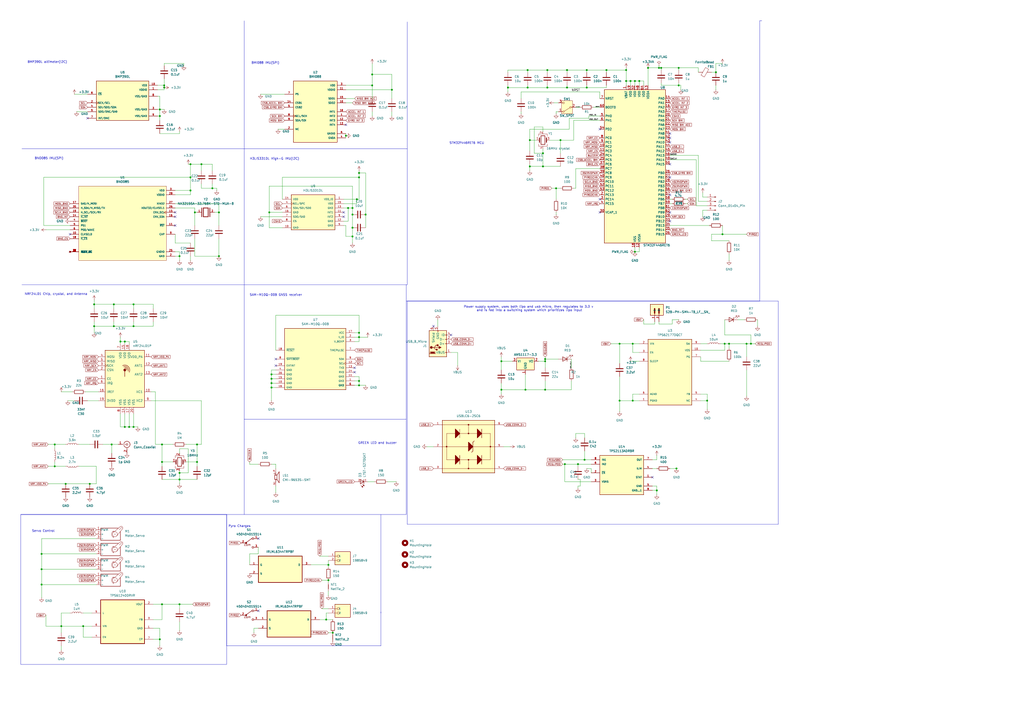
<source format=kicad_sch>
(kicad_sch (version 20250114) (generator "eeschema") (generator_version "9.0")
  (paper "A2")
  (lib_symbols
    (symbol "1985849:1985849" (pin_names (offset 1.016))
      (property "Reference" "J" (at -2.54 3.302 0))
      (property "Value" "1985849" (at -2.54 -7.62 0))
      (symbol "1985849_0_0"
        (pin passive line (at -7.62 0 0) (length 5.08) (name "1") (number "1"))
        (pin passive line (at -7.62 -2.54 0) (length 5.08) (name "2") (number "2"))
      )
    )
    (symbol "450404015514:450404015514" (pin_names (offset 1.016))
      (property "Reference" "S" (at 2.14 4.11 0))
      (property "Value" "450404015514" (at -2.41 -5.12 0))
      (symbol "450404015514_0_0"
        (text "com" (at -3.3 -1.8 0) (effects (font (size 1.27 1.27)) (justify left bottom)))
        (pin passive line (at -5.08 0 0) (length 2.54) (name "~") (number "2"))
        (pin passive line (at 5.08 2.54 180) (length 2.54) (name "~") (number "1"))
        (pin passive line (at 5.08 -2.54 180) (length 2.54) (name "~") (number "3"))
      )
    )
    (symbol "BMI088:BMI088" (pin_names (offset 1.016))
      (property "Reference" "U" (at -12.7 18.415 0))
      (property "Value" "BMI088" (at -12.7 -20.32 0))
      (symbol "BMI088_0_0"
        (pin input line (at -17.78 10.16 0) (length 5.08) (name "PS") (number "7"))
        (pin input line (at -17.78 5.08 0) (length 5.08) (name "CSB1") (number "14"))
        (pin input line (at -17.78 2.54 0) (length 5.08) (name "CSB2") (number "5"))
        (pin input clock (at -17.78 -2.54 0) (length 5.08) (name "SCL/SCK") (number "8"))
        (pin bidirectional line (at -17.78 -5.08 0) (length 5.08) (name "SDA/SDI") (number "9"))
        (pin passive line (at -17.78 -10.16 0) (length 5.08) (name "NC") (number "2"))
        (pin power_in line (at 17.78 15.24 180) (length 5.08) (name "VDD") (number "3"))
        (pin power_in line (at 17.78 12.7 180) (length 5.08) (name "VDDIO") (number "11"))
        (pin output line (at 17.78 7.62 180) (length 5.08) (name "SDO1") (number "15"))
        (pin output line (at 17.78 5.08 180) (length 5.08) (name "SDO2") (number "10"))
        (pin bidirectional line (at 17.78 0 180) (length 5.08) (name "INT1") (number "16"))
        (pin bidirectional line (at 17.78 -2.54 180) (length 5.08) (name "INT2") (number "1"))
        (pin bidirectional line (at 17.78 -5.08 180) (length 5.08) (name "INT3") (number "12"))
        (pin bidirectional line (at 17.78 -7.62 180) (length 5.08) (name "INT4") (number "13"))
        (pin power_in line (at 17.78 -12.7 180) (length 5.08) (name "GNDIO") (number "6"))
        (pin power_in line (at 17.78 -15.24 180) (length 5.08) (name "GNDA") (number "4"))
      )
    )
    (symbol "BMP390L:BMP390L" (pin_names (offset 1.016))
      (property "Reference" "U6" (at 0 17.78 0))
      (property "Value" "BMP390L" (at 0 15.24 0))
      (symbol "BMP390L_0_0"
        (pin input line (at -20.32 5.08 0) (length 5.08) (name "~{CS}") (number "6"))
        (pin input clock (at -20.32 0 0) (length 5.08) (name "SCK/SCL") (number "2"))
        (pin bidirectional line (at -20.32 -2.54 0) (length 5.08) (name "SDI/SDO/SDA") (number "4"))
        (pin bidirectional line (at -20.32 -5.08 0) (length 5.08) (name "SDO/DNC/SA0") (number "5"))
        (pin output line (at -20.32 -8.89 0) (length 5.08) (name "INT/DNC") (number "7"))
        (pin power_in line (at 20.32 10.16 180) (length 5.08) (name "VDD") (number "10"))
        (pin power_in line (at 20.32 7.62 180) (length 5.08) (name "VDDIO") (number "1"))
        (pin power_in line (at 20.32 3.81 180) (length 5.08) (name "VSS/GND") (number "8"))
        (pin power_in line (at 20.32 -3.81 180) (length 5.08) (name "VSS/GND") (number "3"))
        (pin power_in line (at 20.32 -7.62 180) (length 5.08) (name "VSS/GND") (number "9"))
      )
    )
    (symbol "BNO085:BNO085" (pin_names (offset 1.016))
      (property "Reference" "U" (at -25.4 21.59 0))
      (property "Value" "BNO085" (at -25.4 -25.4 0))
      (symbol "BNO085_0_0"
        (pin input line (at -30.48 10.16 0) (length 5.08) (name "SA0/H_MOSI") (number "17"))
        (pin bidirectional line (at -30.48 7.62 0) (length 5.08) (name "H_SDA/H_MISO/TX") (number "20"))
        (pin bidirectional line (at -30.48 5.08 0) (length 5.08) (name "H_SCL/SCK/RX") (number "19"))
        (pin output line (at -30.48 2.54 0) (length 5.08) (name "~{H_INT}") (number "14"))
        (pin input line (at -30.48 0 0) (length 5.08) (name "~{BOOT}") (number "4"))
        (pin input line (at -30.48 -2.54 0) (length 5.08) (name "PS1") (number "5"))
        (pin input line (at -30.48 -5.08 0) (length 5.08) (name "PS0/WAKE") (number "6"))
        (pin input line (at -30.48 -7.62 0) (length 5.08) (name "CLKSEL0") (number "10"))
        (pin input line (at -30.48 -10.16 0) (length 5.08) (name "~{H_CS}") (number "18"))
        (pin no_connect line (at -30.48 -17.78 0) (length 5.08) (name "RESV_NC") (number "1"))
        (pin no_connect line (at -30.48 -17.78 0) (length 5.08) (name "RESV_NC") (number "12"))
        (pin no_connect line (at -30.48 -17.78 0) (length 5.08) (name "RESV_NC") (number "13"))
        (pin no_connect line (at -30.48 -17.78 0) (length 5.08) (name "RESV_NC") (number "21"))
        (pin no_connect line (at -30.48 -17.78 0) (length 5.08) (name "RESV_NC") (number "22"))
        (pin no_connect line (at -30.48 -17.78 0) (length 5.08) (name "RESV_NC") (number "23"))
        (pin no_connect line (at -30.48 -17.78 0) (length 5.08) (name "RESV_NC") (number "24"))
        (pin no_connect line (at -30.48 -17.78 0) (length 5.08) (name "RESV_NC") (number "7"))
        (pin no_connect line (at -30.48 -17.78 0) (length 5.08) (name "RESV_NC") (number "8"))
        (pin power_in line (at 30.48 17.78 180) (length 5.08) (name "VDD") (number "3"))
        (pin power_in line (at 30.48 15.24 180) (length 5.08) (name "VDDIO") (number "28"))
        (pin input line (at 30.48 10.16 180) (length 5.08) (name "XIN32") (number "27"))
        (pin output line (at 30.48 7.62 180) (length 5.08) (name "XOUT32/CLKSEL1") (number "26"))
        (pin bidirectional clock (at 30.48 5.08 180) (length 5.08) (name "ENV_SCL") (number "15"))
        (pin bidirectional line (at 30.48 2.54 180) (length 5.08) (name "ENV_SDA") (number "16"))
        (pin input line (at 30.48 -2.54 180) (length 5.08) (name "~{RST}") (number "11"))
        (pin passive line (at 30.48 -7.62 180) (length 5.08) (name "CAP") (number "9"))
        (pin power_in line (at 30.48 -17.78 180) (length 5.08) (name "GNDIO") (number "25"))
        (pin power_in line (at 30.48 -20.32 180) (length 5.08) (name "GND") (number "2"))
      )
    )
    (symbol "CMI-9653S-SMT:CMI-9653S-SMT" (pin_names (offset 1.016))
      (property "Reference" "LS" (at -3.8256 8.9265 0))
      (property "Value" "CMI-9653S-SMT" (at -3.8283 -11.4849 0))
      (symbol "CMI-9653S-SMT_0_0"
        (text "+" (at -1.913 1.2753 0) (effects (font (size 1.7855 1.7855)) (justify left bottom)))
        (text "-" (at -1.912 -3.8107 0) (effects (font (size 1.7845 1.7845)) (justify left bottom)))
        (pin passive line (at 0 5.08 270) (length 2.54) (name "~") (number "P"))
        (pin passive line (at 0 -5.08 90) (length 2.54) (name "~") (number "N"))
      )
    )
    (symbol "Connector:Conn_01x04_Pin" (pin_names (offset 1.016) (hide yes))
      (property "Reference" "J" (at 0 5.08 0))
      (property "Value" "Conn_01x04_Pin" (at 0 -7.62 0))
      (symbol "Conn_01x04_Pin_1_1"
        (pin passive line (at 5.08 2.54 180) (length 3.81) (name "Pin_1") (number "1"))
        (pin passive line (at 5.08 0 180) (length 3.81) (name "Pin_2") (number "2"))
        (pin passive line (at 5.08 -2.54 180) (length 3.81) (name "Pin_3") (number "3"))
        (pin passive line (at 5.08 -5.08 180) (length 3.81) (name "Pin_4") (number "4"))
      )
    )
    (symbol "Connector:Conn_Coaxial" (pin_names (offset 1.016) (hide yes))
      (property "Reference" "J" (at 0.254 3.048 0))
      (property "Value" "Conn_Coaxial" (at 2.921 0 90))
      (symbol "Conn_Coaxial_1_1"
        (pin passive line (at -5.08 0 0) (length 2.54) (name "In") (number "1"))
        (pin passive line (at 0 -5.08 90) (length 2.54) (name "Ext") (number "2"))
      )
    )
    (symbol "Connector:USB_B_Micro" (pin_names (offset 1.016))
      (property "Reference" "J1" (at -6.35 1.2701 0))
      (property "Value" "USB_B_Micro" (at -6.35 -1.2699 0))
      (symbol "USB_B_Micro_1_1"
        (pin passive line (at -2.54 -10.16 90) (length 2.54) (name "Shield") (number "6"))
        (pin power_in line (at 0 -10.16 90) (length 2.54) (name "GND") (number "5"))
        (pin power_out line (at 7.62 5.08 180) (length 2.54) (name "VBUS") (number "1"))
        (pin bidirectional line (at 7.62 0 180) (length 2.54) (name "D+") (number "3"))
        (pin bidirectional line (at 7.62 -2.54 180) (length 2.54) (name "D-") (number "2"))
        (pin passive line (at 7.62 -5.08 180) (length 2.54) (name "ID") (number "4"))
      )
    )
    (symbol "Device:C" (pin_numbers (hide yes)) (pin_names (offset 0.254))
      (property "Reference" "C" (at 0.635 2.54 0))
      (property "Value" "C" (at 0.635 -2.54 0))
      (symbol "C_1_1"
        (pin passive line (at 0 3.81 270) (length 2.794) (name "~") (number "1"))
        (pin passive line (at 0 -3.81 90) (length 2.794) (name "~") (number "2"))
      )
    )
    (symbol "Device:Crystal_GND23" (pin_names (offset 1.016) (hide yes))
      (property "Reference" "Y" (at 3.175 5.08 0))
      (property "Value" "Crystal_GND23" (at 3.175 3.175 0))
      (symbol "Crystal_GND23_1_1"
        (pin passive line (at -3.81 0 0) (length 1.27) (name "1") (number "1"))
        (pin passive line (at 0 5.08 270) (length 1.27) (name "2") (number "2"))
        (pin passive line (at 0 -5.08 90) (length 1.27) (name "3") (number "3"))
        (pin passive line (at 3.81 0 180) (length 1.27) (name "4") (number "4"))
      )
    )
    (symbol "Device:Crystal_GND24" (pin_names (offset 1.016) (hide yes))
      (property "Reference" "Y" (at 3.175 5.08 0))
      (property "Value" "Crystal_GND24" (at 3.175 3.175 0))
      (symbol "Crystal_GND24_1_1"
        (pin passive line (at -3.81 0 0) (length 1.27) (name "1") (number "1"))
        (pin passive line (at 0 5.08 270) (length 1.27) (name "2") (number "2"))
        (pin passive line (at 0 -5.08 90) (length 1.27) (name "4") (number "4"))
        (pin passive line (at 3.81 0 180) (length 1.27) (name "3") (number "3"))
      )
    )
    (symbol "Device:FerriteBead" (pin_numbers (hide yes)) (pin_names (offset 0))
      (property "Reference" "FB" (at -3.81 0.635 90))
      (property "Value" "FerriteBead" (at 3.81 0 90))
      (symbol "FerriteBead_1_1"
        (pin passive line (at 0 3.81 270) (length 2.54) (name "~") (number "1"))
        (pin passive line (at 0 -3.81 90) (length 2.54) (name "~") (number "2"))
      )
    )
    (symbol "Device:L" (pin_numbers (hide yes)) (pin_names (offset 1.016) (hide yes))
      (property "Reference" "L" (at -1.27 0 90))
      (property "Value" "L" (at 1.905 0 90))
      (symbol "L_1_1"
        (pin passive line (at 0 3.81 270) (length 1.27) (name "1") (number "1"))
        (pin passive line (at 0 -3.81 90) (length 1.27) (name "2") (number "2"))
      )
    )
    (symbol "Device:LED" (pin_numbers (hide yes)) (pin_names (offset 1.016) (hide yes))
      (property "Reference" "D" (at 0 2.54 0))
      (property "Value" "LED" (at 0 -2.54 0))
      (symbol "LED_1_1"
        (pin passive line (at -3.81 0 0) (length 2.54) (name "K") (number "1"))
        (pin passive line (at 3.81 0 180) (length 2.54) (name "A") (number "2"))
      )
    )
    (symbol "Device:NetTie_2" (pin_numbers (hide yes)) (pin_names (offset 0) (hide yes)) (in_bom no)
      (property "Reference" "NT" (at 0 1.27 0))
      (property "Value" "NetTie_2" (at 0 -1.27 0))
      (symbol "NetTie_2_1_1"
        (pin passive line (at -2.54 0 0) (length 2.54) (name "1") (number "1"))
        (pin passive line (at 2.54 0 180) (length 2.54) (name "2") (number "2"))
      )
    )
    (symbol "Device:R" (pin_numbers (hide yes)) (pin_names (offset 0))
      (property "Reference" "R" (at 2.032 0 90))
      (property "Value" "R" (at 0 0 90))
      (symbol "R_1_1"
        (pin passive line (at 0 3.81 270) (length 1.27) (name "~") (number "1"))
        (pin passive line (at 0 -3.81 90) (length 1.27) (name "~") (number "2"))
      )
    )
    (symbol "H3LIS331DL_1" (pin_names (offset 1.016))
      (property "Reference" "U3" (at 0 15.24 0))
      (property "Value" "H3LIS331DL" (at 0 12.7 0))
      (symbol "H3LIS331DL_1_0_0"
        (pin power_in line (at -17.78 7.62 0) (length 5.08) (name "VDD") (number "14"))
        (pin input clock (at -17.78 5.08 0) (length 5.08) (name "SCL/SPC") (number "4"))
        (pin bidirectional line (at -17.78 2.54 0) (length 5.08) (name "SDA/SDI/SDO") (number "6"))
        (pin power_in line (at -17.78 0 0) (length 5.08) (name "GND") (number "16"))
        (pin bidirectional line (at -17.78 -2.54 0) (length 5.08) (name "SDO/SA0") (number "7"))
        (pin input line (at -17.78 -5.08 0) (length 5.08) (name "CS") (number "8"))
        (pin power_in line (at -17.78 -8.89 0) (length 5.08) (name "GND") (number "10"))
        (pin power_in line (at 17.78 7.62 180) (length 5.08) (name "VDD_IO") (number "1"))
        (pin power_in line (at 17.78 5.08 180) (length 5.08) (name "VDD") (number "15"))
        (pin power_in line (at 17.78 2.54 180) (length 5.08) (name "GND") (number "13"))
        (pin output line (at 17.78 0 180) (length 5.08) (name "INT1") (number "11"))
        (pin output line (at 17.78 -2.54 180) (length 5.08) (name "INT2") (number "9"))
        (pin power_in line (at 17.78 -5.08 180) (length 5.08) (name "GND") (number "12"))
        (pin power_in line (at 17.78 -7.62 180) (length 5.08) (name "GND") (number "5"))
      )
    )
    (symbol "IRLML6344TRPBF:IRLML6344TRPBF" (pin_names (offset 1.016))
      (property "Reference" "U" (at -4.7032 7.4998 0))
      (property "Value" "IRLML6344TRPBF" (at -3.8929 -14.6556 0))
      (symbol "IRLML6344TRPBF_0_0"
        (pin input line (at -17.78 0 0) (length 5.08) (name "G") (number "1"))
        (pin passive line (at -17.78 -5.08 0) (length 5.08) (name "S") (number "2"))
        (pin output line (at 17.78 0 180) (length 5.08) (name "D") (number "3"))
      )
    )
    (symbol "LTST-S270GKT:LTST-S270GKT" (pin_names (offset 1.016))
      (property "Reference" "D" (at 2.5482 2.5482 0))
      (property "Value" "LTST-S270GKT" (at 2.5474 0 0))
      (symbol "LTST-S270GKT_0_0"
        (pin passive line (at 0 5.08 270) (length 5.08) (name "~") (number "2"))
        (pin passive line (at 0 -2.54 90) (length 2.54) (name "~") (number "1"))
      )
    )
    (symbol "MCU_ST_STM32F4:STM32F446RETx"
      (property "Reference" "U" (at -17.78 46.99 0))
      (property "Value" "STM32F446RETx" (at 10.16 46.99 0))
      (symbol "STM32F446RETx_1_1"
        (pin input line (at -20.32 40.64 0) (length 2.54) (name "NRST") (number "7"))
        (pin input line (at -20.32 35.56 0) (length 2.54) (name "BOOT0") (number "60"))
        (pin bidirectional line (at -20.32 30.48 0) (length 2.54) (name "PH0") (number "5"))
        (pin bidirectional line (at -20.32 27.94 0) (length 2.54) (name "PH1") (number "6"))
        (pin bidirectional line (at -20.32 22.86 0) (length 2.54) (name "PD2") (number "54"))
        (pin bidirectional line (at -20.32 17.78 0) (length 2.54) (name "PC0") (number "8"))
        (pin bidirectional line (at -20.32 15.24 0) (length 2.54) (name "PC1") (number "9"))
        (pin bidirectional line (at -20.32 12.7 0) (length 2.54) (name "PC2") (number "10"))
        (pin bidirectional line (at -20.32 10.16 0) (length 2.54) (name "PC3") (number "11"))
        (pin bidirectional line (at -20.32 7.62 0) (length 2.54) (name "PC4") (number "24"))
        (pin bidirectional line (at -20.32 5.08 0) (length 2.54) (name "PC5") (number "25"))
        (pin bidirectional line (at -20.32 2.54 0) (length 2.54) (name "PC6") (number "37"))
        (pin bidirectional line (at -20.32 0 0) (length 2.54) (name "PC7") (number "38"))
        (pin bidirectional line (at -20.32 -2.54 0) (length 2.54) (name "PC8") (number "39"))
        (pin bidirectional line (at -20.32 -5.08 0) (length 2.54) (name "PC9") (number "40"))
        (pin bidirectional line (at -20.32 -7.62 0) (length 2.54) (name "PC10") (number "51"))
        (pin bidirectional line (at -20.32 -10.16 0) (length 2.54) (name "PC11") (number "52"))
        (pin bidirectional line (at -20.32 -12.7 0) (length 2.54) (name "PC12") (number "53"))
        (pin bidirectional line (at -20.32 -15.24 0) (length 2.54) (name "PC13") (number "2"))
        (pin bidirectional line (at -20.32 -17.78 0) (length 2.54) (name "PC14") (number "3"))
        (pin bidirectional line (at -20.32 -20.32 0) (length 2.54) (name "PC15") (number "4"))
        (pin power_out line (at -20.32 -25.4 0) (length 2.54) (name "VCAP_1") (number "30"))
        (pin power_in line (at -5.08 48.26 270) (length 2.54) (name "VBAT") (number "1"))
        (pin power_in line (at -2.54 48.26 270) (length 2.54) (name "VDD") (number "19"))
        (pin power_in line (at 0 48.26 270) (length 2.54) (name "VDD") (number "32"))
        (pin power_in line (at 0 -45.72 90) (length 2.54) (name "VSS") (number "18"))
        (pin passive line (at 0 -45.72 90) (length 2.54) (hide yes) (name "VSS") (number "31"))
        (pin passive line (at 0 -45.72 90) (length 2.54) (hide yes) (name "VSS") (number "47"))
        (pin passive line (at 0 -45.72 90) (length 2.54) (hide yes) (name "VSS") (number "63"))
        (pin power_in line (at 2.54 48.26 270) (length 2.54) (name "VDD") (number "48"))
        (pin power_in line (at 2.54 -45.72 90) (length 2.54) (name "VSSA") (number "12"))
        (pin power_in line (at 5.08 48.26 270) (length 2.54) (name "VDD") (number "64"))
        (pin power_in line (at 7.62 48.26 270) (length 2.54) (name "VDDA") (number "13"))
        (pin bidirectional line (at 20.32 40.64 180) (length 2.54) (name "PA0") (number "14"))
        (pin bidirectional line (at 20.32 38.1 180) (length 2.54) (name "PA1") (number "15"))
        (pin bidirectional line (at 20.32 35.56 180) (length 2.54) (name "PA2") (number "16"))
        (pin bidirectional line (at 20.32 33.02 180) (length 2.54) (name "PA3") (number "17"))
        (pin bidirectional line (at 20.32 30.48 180) (length 2.54) (name "PA4") (number "20"))
        (pin bidirectional line (at 20.32 27.94 180) (length 2.54) (name "PA5") (number "21"))
        (pin bidirectional line (at 20.32 25.4 180) (length 2.54) (name "PA6") (number "22"))
        (pin bidirectional line (at 20.32 22.86 180) (length 2.54) (name "PA7") (number "23"))
        (pin bidirectional line (at 20.32 20.32 180) (length 2.54) (name "PA8") (number "41"))
        (pin bidirectional line (at 20.32 17.78 180) (length 2.54) (name "PA9") (number "42"))
        (pin bidirectional line (at 20.32 15.24 180) (length 2.54) (name "PA10") (number "43"))
        (pin bidirectional line (at 20.32 12.7 180) (length 2.54) (name "PA11") (number "44"))
        (pin bidirectional line (at 20.32 10.16 180) (length 2.54) (name "PA12") (number "45"))
        (pin bidirectional line (at 20.32 7.62 180) (length 2.54) (name "PA13") (number "46"))
        (pin bidirectional line (at 20.32 5.08 180) (length 2.54) (name "PA14") (number "49"))
        (pin bidirectional line (at 20.32 2.54 180) (length 2.54) (name "PA15") (number "50"))
        (pin bidirectional line (at 20.32 -2.54 180) (length 2.54) (name "PB0") (number "26"))
        (pin bidirectional line (at 20.32 -5.08 180) (length 2.54) (name "PB1") (number "27"))
        (pin bidirectional line (at 20.32 -7.62 180) (length 2.54) (name "PB2") (number "28"))
        (pin bidirectional line (at 20.32 -10.16 180) (length 2.54) (name "PB3") (number "55"))
        (pin bidirectional line (at 20.32 -12.7 180) (length 2.54) (name "PB4") (number "56"))
        (pin bidirectional line (at 20.32 -15.24 180) (length 2.54) (name "PB5") (number "57"))
        (pin bidirectional line (at 20.32 -17.78 180) (length 2.54) (name "PB6") (number "58"))
        (pin bidirectional line (at 20.32 -20.32 180) (length 2.54) (name "PB7") (number "59"))
        (pin bidirectional line (at 20.32 -22.86 180) (length 2.54) (name "PB8") (number "61"))
        (pin bidirectional line (at 20.32 -25.4 180) (length 2.54) (name "PB9") (number "62"))
        (pin bidirectional line (at 20.32 -27.94 180) (length 2.54) (name "PB10") (number "29"))
        (pin bidirectional line (at 20.32 -30.48 180) (length 2.54) (name "PB12") (number "33"))
        (pin bidirectional line (at 20.32 -33.02 180) (length 2.54) (name "PB13") (number "34"))
        (pin bidirectional line (at 20.32 -35.56 180) (length 2.54) (name "PB14") (number "35"))
        (pin bidirectional line (at 20.32 -38.1 180) (length 2.54) (name "PB15") (number "36"))
      )
    )
    (symbol "Mechanical:MountingHole" (pin_names (offset 1.016)) (in_bom no)
      (property "Reference" "H" (at 0 5.08 0))
      (property "Value" "MountingHole" (at 0 3.175 0))
    )
    (symbol "Motor:Motor_Servo" (pin_names (offset 0.0254))
      (property "Reference" "M" (at -5.08 4.445 0))
      (property "Value" "Motor_Servo" (at -5.08 -4.064 0))
      (symbol "Motor_Servo_1_1"
        (pin passive line (at -7.62 2.54 0) (length 2.54) (name "PWM") (number "1"))
        (pin passive line (at -7.62 0 0) (length 2.54) (name "+") (number "2"))
        (pin passive line (at -7.62 -2.54 0) (length 2.54) (name "-") (number "3"))
      )
    )
    (symbol "NX3215SA-32.768K-STD-MUA-8:NX3215SA-32.768K-STD-MUA-8" (pin_names (offset 1.016))
      (property "Reference" "Y" (at -5.0878 3.8159 0))
      (property "Value" "NX3215SA-32.768K-STD-MUA-8" (at -5.0944 -5.0944 0))
      (symbol "NX3215SA-32.768K-STD-MUA-8_0_0"
        (pin passive line (at -5.08 0 0) (length 2.54) (name "~") (number "1"))
        (pin passive line (at 5.08 0 180) (length 2.54) (name "~") (number "2"))
      )
    )
    (symbol "RF:nRF24L01P" (pin_names (offset 1.016))
      (property "Reference" "U" (at -11.43 17.78 0))
      (property "Value" "nRF24L01P" (at 5.08 17.78 0))
      (symbol "nRF24L01P_1_1"
        (pin input line (at -15.24 12.7 0) (length 3.81) (name "MOSI") (number "4"))
        (pin output line (at -15.24 10.16 0) (length 3.81) (name "MISO") (number "5"))
        (pin input clock (at -15.24 7.62 0) (length 3.81) (name "SCK") (number "3"))
        (pin input line (at -15.24 5.08 0) (length 3.81) (name "CSN") (number "2"))
        (pin input line (at -15.24 0 0) (length 3.81) (name "CE") (number "1"))
        (pin output line (at -15.24 -2.54 0) (length 3.81) (name "IRQ") (number "6"))
        (pin passive line (at -15.24 -7.62 0) (length 3.81) (name "IREF") (number "16"))
        (pin power_out line (at -15.24 -12.7 0) (length 3.81) (name "DVDD") (number "19"))
        (pin power_in line (at -2.54 20.32 270) (length 3.81) (name "VDD") (number "7"))
        (pin power_in line (at -2.54 -20.32 90) (length 3.81) (name "VSS") (number "8"))
        (pin power_in line (at 0 20.32 270) (length 3.81) (name "VDD") (number "15"))
        (pin power_in line (at 0 -20.32 90) (length 3.81) (name "VSS") (number "14"))
        (pin power_in line (at 2.54 20.32 270) (length 3.81) (name "VDD") (number "18"))
        (pin power_in line (at 2.54 -20.32 90) (length 3.81) (name "VSS") (number "17"))
        (pin power_in line (at 5.08 -20.32 90) (length 3.81) (name "VSS") (number "20"))
        (pin power_out line (at 15.24 12.7 180) (length 3.81) (name "VDD_PA") (number "11"))
        (pin passive line (at 15.24 7.62 180) (length 3.81) (name "ANT1") (number "12"))
        (pin passive line (at 15.24 2.54 180) (length 3.81) (name "ANT2") (number "13"))
        (pin passive line (at 15.24 -7.62 180) (length 3.81) (name "XC1") (number "10"))
        (pin passive line (at 15.24 -12.7 180) (length 3.81) (name "XC2") (number "9"))
      )
    )
    (symbol "Regulator_Linear:AMS1117-3.3"
      (property "Reference" "U" (at -3.81 3.175 0))
      (property "Value" "AMS1117-3.3" (at 0 3.175 0))
      (symbol "AMS1117-3.3_1_1"
        (pin power_in line (at -7.62 0 0) (length 2.54) (name "VI") (number "3"))
        (pin power_in line (at 0 -7.62 90) (length 2.54) (name "GND") (number "1"))
        (pin power_out line (at 7.62 0 180) (length 2.54) (name "VO") (number "2"))
      )
    )
    (symbol "S2B-PH-SM4-TB_LF__SN_:S2B-PH-SM4-TB_LF__SN_" (pin_names (offset 1.016))
      (property "Reference" "P" (at -1.2719 3.8157 0))
      (property "Value" "S2B-PH-SM4-TB_LF__SN_" (at -1.2722 -5.0888 0))
      (symbol "S2B-PH-SM4-TB_LF__SN__0_0"
        (pin passive line (at -5.08 1.27 0) (length 5.08) (name "1") (number "1"))
        (pin passive line (at -5.08 -1.27 0) (length 5.08) (name "2") (number "2"))
      )
    )
    (symbol "SAM-M10Q-00B:SAM-M10Q-00B" (pin_names (offset 1.016))
      (property "Reference" "U14" (at 0 22.86 0))
      (property "Value" "SAM-M10Q-00B" (at 0 20.32 0))
      (symbol "SAM-M10Q-00B_0_0"
        (pin input line (at -22.86 5.08 0) (length 5.08) (name "~{RESET}") (number "18"))
        (pin input line (at -22.86 0 0) (length 5.08) (name "~{SAFEBOOT}") (number "8"))
        (pin input line (at -22.86 -3.81 0) (length 5.08) (name "EXTINT") (number "19"))
        (pin power_in line (at -22.86 -6.35 0) (length 5.08) (name "GND") (number "4"))
        (pin power_in line (at -22.86 -8.89 0) (length 5.08) (name "GND") (number "20"))
        (pin power_in line (at -22.86 -11.43 0) (length 5.08) (name "GND") (number "15"))
        (pin power_in line (at -22.86 -13.97 0) (length 5.08) (name "GND") (number "10"))
        (pin power_in line (at -22.86 -16.51 0) (length 5.08) (name "GND") (number "16"))
        (pin power_in line (at 22.86 15.24 180) (length 5.08) (name "VCC") (number "17"))
        (pin power_in line (at 22.86 12.7 180) (length 5.08) (name "V_IO") (number "2"))
        (pin power_in line (at 22.86 10.16 180) (length 5.08) (name "V_BCKP") (number "3"))
        (pin output line (at 22.86 5.08 180) (length 5.08) (name "TIMEPULSE") (number "7"))
        (pin bidirectional line (at 22.86 0 180) (length 5.08) (name "SDA") (number "9"))
        (pin input clock (at 22.86 -2.54 180) (length 5.08) (name "SCL") (number "12"))
        (pin output line (at 22.86 -5.08 180) (length 5.08) (name "TXD") (number "13"))
        (pin input line (at 22.86 -7.62 180) (length 5.08) (name "RXD") (number "14"))
        (pin power_in line (at 22.86 -10.16 180) (length 5.08) (name "GND") (number "11"))
        (pin power_in line (at 22.86 -12.7 180) (length 5.08) (name "GND") (number "1"))
        (pin power_in line (at 22.86 -15.24 180) (length 5.08) (name "GND") (number "5"))
        (pin power_in line (at 22.86 -15.24 180) (length 5.08) (name "GND") (number "6"))
      )
    )
    (symbol "Switch:SW_SPDT" (pin_names (offset 0) (hide yes))
      (property "Reference" "SW" (at 0 5.08 0))
      (property "Value" "SW_SPDT" (at 0 -5.08 0))
      (symbol "SW_SPDT_1_1"
        (pin passive line (at -5.08 0 0) (length 2.54) (name "B") (number "2"))
        (pin passive line (at 5.08 2.54 180) (length 2.54) (name "A") (number "1"))
        (pin passive line (at 5.08 -2.54 180) (length 2.54) (name "C") (number "3"))
      )
    )
    (symbol "TPS2113ADRBR:TPS2113ADRBR" (pin_names (offset 1.016))
      (property "Reference" "U14" (at 0 15.24 0))
      (property "Value" "TPS2113ADRBR" (at 0 12.7 0))
      (symbol "TPS2113ADRBR_0_0"
        (pin input line (at -17.78 7.62 0) (length 5.08) (name "IN1") (number "8"))
        (pin input line (at -17.78 5.08 0) (length 5.08) (name "IN2") (number "6"))
        (pin input line (at -17.78 0 0) (length 5.08) (name "~{EN}") (number "2"))
        (pin input line (at -17.78 -5.08 0) (length 5.08) (name "VSNS") (number "3"))
        (pin power_out line (at 17.78 7.62 180) (length 5.08) (name "OUT") (number "7"))
        (pin input line (at 17.78 2.54 180) (length 5.08) (name "ILIM") (number "4"))
        (pin output line (at 17.78 -2.54 180) (length 5.08) (name "STAT") (number "1"))
        (pin power_in line (at 17.78 -7.62 180) (length 5.08) (name "GND") (number "5"))
        (pin power_in line (at 17.78 -10.16 180) (length 5.08) (name "GND__1") (number "9"))
      )
    )
    (symbol "TPS61240DRVR:TPS61240DRVR" (pin_names (offset 1.016))
      (property "Reference" "U11" (at -0.5325 17.78 0))
      (property "Value" "TPS61240DRVR" (at -0.5325 15.24 0))
      (symbol "TPS61240DRVR_0_0"
        (pin input line (at -17.78 5.08 0) (length 5.08) (name "L") (number "5"))
        (pin input line (at -17.78 -2.54 0) (length 5.08) (name "VIN") (number "6"))
        (pin input line (at -17.78 -8.89 0) (length 5.08) (name "EN") (number "4"))
        (pin output line (at 17.78 10.16 180) (length 5.08) (name "VOUT") (number "2"))
        (pin input line (at 17.78 1.27 180) (length 5.08) (name "FB") (number "3"))
        (pin power_in line (at 17.78 -3.81 180) (length 5.08) (name "GND") (number "1"))
        (pin bidirectional line (at 17.78 -10.16 180) (length 5.08) (name "EP") (number "7"))
      )
    )
    (symbol "TPS62177DQCT:TPS62177DQCT" (pin_names (offset 1.016))
      (property "Reference" "U10" (at -0.5715 22.86 0))
      (property "Value" "TPS62177DQCT" (at -0.5715 20.32 0))
      (symbol "TPS62177DQCT_0_0"
        (pin input line (at -17.78 15.24 0) (length 5.08) (name "VIN") (number "2"))
        (pin input line (at -17.78 10.16 0) (length 5.08) (name "EN") (number "3"))
        (pin input line (at -17.78 5.08 0) (length 5.08) (name "SLEEP") (number "8"))
        (pin power_in line (at -17.78 -13.97 0) (length 5.08) (name "AGND") (number "6"))
        (pin power_in line (at -17.78 -17.78 0) (length 5.08) (name "PGND") (number "1"))
        (pin output line (at 17.78 15.24 180) (length 5.08) (name "SW") (number "9"))
        (pin input line (at 17.78 11.43 180) (length 5.08) (name "VOS") (number "10"))
        (pin output line (at 17.78 7.62 180) (length 5.08) (name "PG") (number "7"))
        (pin input line (at 17.78 -13.97 180) (length 5.08) (name "FB") (number "5"))
      )
      (symbol "TPS62177DQCT_1_0"
        (pin power_in line (at 17.78 -17.78 180) (length 5.08) (name "NC") (number "4"))
      )
    )
    (symbol "USBLC6-2SC6:USBLC6-2SC6" (pin_names (offset 1.016))
      (property "Reference" "U" (at -15.2693 17.8093 0))
      (property "Value" "USBLC6-2SC6" (at -15.2559 -17.7959 0))
      (symbol "USBLC6-2SC6_0_0"
        (pin bidirectional line (at -20.32 12.7 0) (length 5.08) (name "~") (number "1"))
        (pin power_in line (at -20.32 0 0) (length 5.08) (name "~") (number "2"))
        (pin bidirectional line (at -20.32 -12.7 0) (length 5.08) (name "~") (number "3"))
        (pin bidirectional line (at 20.32 12.7 180) (length 5.08) (name "~") (number "6"))
        (pin power_in line (at 20.32 0 180) (length 5.08) (name "~") (number "5"))
        (pin bidirectional line (at 20.32 -12.7 180) (length 5.08) (name "~") (number "4"))
      )
    )
    (symbol "power:+3.3V" (power) (pin_numbers (hide yes)) (pin_names (offset 0) (hide yes))
      (property "Value" "+3.3V" (at 0 3.556 0))
      (symbol "+3.3V_1_1"
        (pin power_in line (at 0 0 90) (length 0) (name "~") (number "1"))
      )
    )
    (symbol "power:+3.3VA" (power) (pin_numbers (hide yes)) (pin_names (offset 0) (hide yes))
      (property "Value" "+3.3VA" (at 0 3.556 0))
      (symbol "+3.3VA_1_1"
        (pin power_in line (at 0 0 90) (length 0) (name "~") (number "1"))
      )
    )
    (symbol "power:GND" (power) (pin_numbers (hide yes)) (pin_names (offset 0) (hide yes))
      (property "Value" "GND" (at 0 -3.81 0))
      (symbol "GND_1_1"
        (pin power_in line (at 0 0 270) (length 0) (name "~") (number "1"))
      )
    )
    (symbol "power:PWR_FLAG" (power) (pin_numbers (hide yes)) (pin_names (offset 0) (hide yes))
      (property "Value" "PWR_FLAG" (at 0 3.81 0))
      (symbol "PWR_FLAG_0_0"
        (pin power_out line (at 0 0 90) (length 0) (name "~") (number "1"))
      )
    )
    (symbol "power:VBUS" (power) (pin_numbers (hide yes)) (pin_names (offset 0) (hide yes))
      (property "Value" "VBUS" (at 0 3.556 0))
      (symbol "VBUS_1_1"
        (pin power_in line (at 0 0 90) (length 0) (name "~") (number "1"))
      )
    )
  )
  (rectangle (start 12.065 298.45) (end 131.445 385.445))
  (rectangle (start 236.22 174.625) (end 451.485 304.165))
  (text "Pyro Charges" (at 138.938 305.308 0) (effects (font (size 1.27 1.27))))
  (text "BMP390L altimeter(I2C)" (at 27.432 36.068 0) (effects (font (size 1.27 1.27))))
  (text "BMI088 IMU(SPI)" (at 153.924 36.576 0) (effects (font (size 1.27 1.27))))
  (text "NRF24L01 Chip, crystal, and Antenna" (at 32.512 170.688 0) (effects (font (size 1.27 1.27))))
  (text "GREEN LED and buzzer" (at 218.948 257.048 0) (effects (font (size 1.27 1.27))))
  (text "H3LIS331DL High-G IMU(I2C)" (at 159.258 92.202 0) (effects (font (size 1.27 1.27))))
  (text "STM32f446RET6 MCU" (at 270.764 83.058 0) (effects (font (size 1.27 1.27))))
  (text "Power supply system, uses both lipo and usb micro, then regulates to 3.3 v \nand is fed into a switching system which prioritizes lipo input" (at 307.086 179.07 0) (effects (font (size 1.27 1.27))))
  (text "BNO085 IMU(SPI)" (at 28.448 91.948 0) (effects (font (size 1.27 1.27))))
  (text "Servo Control" (at 25.146 308.102 0) (effects (font (size 1.27 1.27))))
  (text "SAM-M10Q-00B GNSS receiver" (at 160.02 171.196 0) (effects (font (size 1.27 1.27))))
  (junction (at 54.61 176.53))
  (junction (at 314.96 96.52))
  (junction (at 200.66 78.74))
  (junction (at 317.5 40.64))
  (junction (at 157.48 217.17))
  (junction (at 370.84 46.99))
  (junction (at 207.01 115.57))
  (junction (at 92.71 63.5))
  (junction (at 420.37 199.39))
  (junction (at 339.09 266.7))
  (junction (at 307.34 81.28))
  (junction (at 375.92 39.37))
  (junction (at 304.8 226.06))
  (junction (at 368.3 146.05))
  (junction (at 419.1 135.89))
  (junction (at 24.13 321.31))
  (junction (at 422.91 199.39))
  (junction (at 327.66 269.24))
  (junction (at 104.14 278.13))
  (junction (at 204.47 137.16))
  (junction (at 365.76 46.99))
  (junction (at 110.49 110.49))
  (junction (at 215.9 49.53))
  (junction (at 24.13 330.2))
  (junction (at 383.54 39.37))
  (junction (at 359.41 199.39))
  (junction (at 290.83 226.06))
  (junction (at 77.47 247.65))
  (junction (at 433.07 199.39))
  (junction (at 204.47 120.65))
  (junction (at 392.4139 271.78))
  (junction (at 74.93 247.65))
  (junction (at 93.98 350.52))
  (junction (at 104.14 350.52))
  (junction (at 66.04 176.53))
  (junction (at 381 284.48))
  (junction (at 66.04 189.23))
  (junction (at 48.26 363.22))
  (junction (at 317.5 50.8))
  (junction (at 190.5 336.55))
  (junction (at 157.48 222.25))
  (junction (at 367.03 199.39))
  (junction (at 157.48 219.71))
  (junction (at 306.07 40.64))
  (junction (at 104.14 148.59))
  (junction (at 31.75 270.51))
  (junction (at 104.14 274.32))
  (junction (at 294.64 50.8))
  (junction (at 127 148.59))
  (junction (at 382.27 39.37))
  (junction (at 393.7 49.53))
  (junction (at 314.96 88.9))
  (junction (at 123.19 109.22))
  (junction (at 72.39 198.12))
  (junction (at 435.61 199.39))
  (junction (at 335.28 269.24))
  (junction (at 116.84 95.25))
  (junction (at 368.3 46.99))
  (junction (at 208.28 223.52))
  (junction (at 35.56 363.22))
  (junction (at 208.28 193.04))
  (junction (at 77.47 189.23))
  (junction (at 189.23 359.41))
  (junction (at 340.36 50.8))
  (junction (at 127 123.19))
  (junction (at 227.33 52.07))
  (junction (at 367.03 232.41))
  (junction (at 316.23 208.28))
  (junction (at 54.61 189.23))
  (junction (at 208.28 102.87))
  (junction (at 110.49 95.25))
  (junction (at 52.07 280.67))
  (junction (at 316.23 209.55))
  (junction (at 93.98 257.81))
  (junction (at 93.98 267.97))
  (junction (at 307.34 96.52))
  (junction (at 113.03 123.19))
  (junction (at 95.25 50.8))
  (junction (at 351.79 40.64))
  (junction (at 325.12 81.28))
  (junction (at 72.39 247.65))
  (junction (at 328.93 50.8))
  (junction (at 92.71 67.31))
  (junction (at 415.29 41.91))
  (junction (at 156.21 123.19))
  (junction (at 92.71 370.84))
  (junction (at 114.3 257.81))
  (junction (at 77.47 176.53))
  (junction (at 110.49 102.87))
  (junction (at 190.5 327.66))
  (junction (at 306.07 50.8))
  (junction (at 208.28 195.58))
  (junction (at 393.7 39.37))
  (junction (at 322.58 109.22))
  (junction (at 95.25 49.53))
  (junction (at 359.41 232.41))
  (junction (at 204.47 124.46))
  (junction (at 208.28 100.33))
  (junction (at 24.13 339.09))
  (junction (at 193.04 367.03))
  (junction (at 212.09 124.46))
  (junction (at 157.48 224.79))
  (junction (at 215.9 43.18))
  (junction (at 208.28 220.98))
  (junction (at 316.23 226.06))
  (junction (at 328.93 40.64))
  (junction (at 38.1 280.67))
  (junction (at 31.75 257.81))
  (junction (at 204.47 132.08))
  (junction (at 290.83 209.55))
  (junction (at 64.77 257.81))
  (junction (at 201.93 120.65))
  (junction (at 410.21 232.41))
  (junction (at 340.36 40.64))
  (junction (at 114.3 267.97))
  (junction (at 363.22 46.99))
  (junction (at 363.22 40.64))
  (junction (at 69.85 198.12))
  (no_connect (at 149.86 312.42))
  (no_connect (at 347.98 115.57))
  (no_connect (at 388.62 77.47))
  (no_connect (at 40.64 135.89))
  (no_connect (at 101.6 125.73))
  (no_connect (at 388.62 80.01))
  (no_connect (at 388.62 82.55))
  (no_connect (at 205.74 215.9))
  (no_connect (at 347.98 123.19))
  (no_connect (at 199.39 125.73))
  (no_connect (at 160.02 212.09))
  (no_connect (at 261.62 194.31))
  (no_connect (at 50.8 68.58))
  (no_connect (at 388.62 113.03))
  (no_connect (at 388.62 123.19))
  (no_connect (at 205.74 213.36))
  (no_connect (at 149.86 354.33))
  (no_connect (at 101.6 123.19))
  (no_connect (at 251.46 189.23))
  (no_connect (at 160.02 208.28))
  (no_connect (at 101.6 130.81))
  (no_connect (at 200.66 72.39))
  (no_connect (at 378.46 276.86))
  (no_connect (at 388.62 95.25))
  (no_connect (at 199.39 123.19))
  (no_connect (at 388.62 102.87))
  (no_connect (at 388.62 128.27))
  (no_connect (at 347.98 74.93))
  (wire (pts (xy 415.29 49.53) (xy 415.29 52.07)))
  (wire (pts (xy 54.61 176.53) (xy 54.61 179.07)))
  (wire (pts (xy 309.88 88.9) (xy 314.96 88.9)))
  (wire (pts (xy 359.41 218.44) (xy 359.41 232.41)))
  (wire (pts (xy 207.01 118.11) (xy 207.01 115.57)))
  (wire (pts (xy 200.66 78.74) (xy 200.66 80.01)))
  (wire (pts (xy 215.9 43.18) (xy 215.9 49.53)))
  (wire (pts (xy 160.02 281.94) (xy 160.02 285.75)))
  (wire (pts (xy 388.62 90.17) (xy 405.13 90.17)))
  (wire (pts (xy 328.93 50.8) (xy 340.36 50.8)))
  (wire (pts (xy 325.12 81.28) (xy 318.77 81.28)))
  (wire (pts (xy 336.55 278.13) (xy 336.55 281.94)))
  (wire (pts (xy 314.96 88.9) (xy 314.96 96.52)))
  (wire (pts (xy 104.14 148.59) (xy 104.14 151.13)))
  (wire (pts (xy 110.49 95.25) (xy 110.49 102.87)))
  (wire (pts (xy 66.04 189.23) (xy 77.47 189.23)))
  (wire (pts (xy 27.94 270.51) (xy 31.75 270.51)))
  (wire (pts (xy 116.84 232.41) (xy 116.84 257.81)))
  (wire (pts (xy 77.47 189.23) (xy 88.9 189.23)))
  (wire (pts (xy 69.85 240.03) (xy 69.85 247.65)))
  (wire (pts (xy 322.58 109.22) (xy 325.12 109.22)))
  (wire (pts (xy 208.28 100.33) (xy 212.09 100.33)))
  (wire (pts (xy 208.28 223.52) (xy 212.09 223.52)))
  (wire (pts (xy 433.07 214.63) (xy 433.07 229.87)))
  (wire (pts (xy 157.48 222.25) (xy 157.48 224.79)))
  (wire (pts (xy 306.07 40.64) (xy 317.5 40.64)))
  (polyline (pts (xy 236.22 12.7) (xy 236.22 86.36)))
  (wire (pts (xy 91.44 67.31) (xy 92.71 67.31)))
  (wire (pts (xy 189.23 355.6) (xy 189.23 359.41)))
  (wire (pts (xy 72.39 198.12) (xy 69.85 198.12)))
  (wire (pts (xy 261.62 204.47) (xy 265.43 204.47)))
  (wire (pts (xy 123.19 95.25) (xy 123.19 99.06)))
  (wire (pts (xy 157.48 219.71) (xy 160.02 219.71)))
  (wire (pts (xy 160.02 203.2) (xy 160.02 182.88)))
  (wire (pts (xy 342.9 279.4) (xy 327.66 279.4)))
  (wire (pts (xy 64.77 257.81) (xy 68.58 257.81)))
  (wire (pts (xy 104.14 278.13) (xy 104.14 280.67)))
  (wire (pts (xy 190.5 336.55) (xy 190.5 337.82)))
  (polyline (pts (xy 131.445 374.65) (xy 220.98 374.65)))
  (wire (pts (xy 101.6 118.11) (xy 127 118.11)))
  (wire (pts (xy 77.47 176.53) (xy 77.47 179.07)))
  (wire (pts (xy 227.33 52.07) (xy 227.33 57.15)))
  (wire (pts (xy 388.62 118.11) (xy 389.89 118.11)))
  (wire (pts (xy 88.9 176.53) (xy 88.9 179.07)))
  (wire (pts (xy 290.83 207.01) (xy 290.83 209.55)))
  (wire (pts (xy 35.56 363.22) (xy 48.26 363.22)))
  (wire (pts (xy 54.61 189.23) (xy 66.04 189.23)))
  (wire (pts (xy 334.01 97.79) (xy 334.01 109.22)))
  (wire (pts (xy 306.07 50.8) (xy 317.5 50.8)))
  (wire (pts (xy 72.39 240.03) (xy 72.39 247.65)))
  (wire (pts (xy 302.26 53.34) (xy 302.26 57.15)))
  (wire (pts (xy 327.66 269.24) (xy 335.28 269.24)))
  (wire (pts (xy 200.66 57.15) (xy 205.74 57.15)))
  (wire (pts (xy 407.67 121.92) (xy 407.67 125.73)))
  (wire (pts (xy 64.77 257.81) (xy 64.77 262.89)))
  (wire (pts (xy 147.32 364.49) (xy 147.32 367.03)))
  (wire (pts (xy 35.56 355.6) (xy 35.56 363.22)))
  (wire (pts (xy 317.5 50.8) (xy 328.93 50.8)))
  (wire (pts (xy 104.14 273.05) (xy 104.14 274.32)))
  (wire (pts (xy 312.42 209.55) (xy 316.23 209.55)))
  (wire (pts (xy 200.66 130.81) (xy 200.66 137.16)))
  (wire (pts (xy 316.23 220.98) (xy 316.23 226.06)))
  (wire (pts (xy 200.66 77.47) (xy 200.66 78.74)))
  (wire (pts (xy 354.33 199.39) (xy 359.41 199.39)))
  (wire (pts (xy 433.07 199.39) (xy 435.61 199.39)))
  (wire (pts (xy 388.62 130.81) (xy 411.48 130.81)))
  (wire (pts (xy 54.61 173.99) (xy 54.61 176.53)))
  (wire (pts (xy 106.68 38.1) (xy 106.68 36.83)))
  (wire (pts (xy 113.03 148.59) (xy 127 148.59)))
  (wire (pts (xy 339.09 254) (xy 339.09 251.46)))
  (wire (pts (xy 405.13 39.37) (xy 405.13 41.91)))
  (wire (pts (xy 149.86 321.31) (xy 144.78 321.31)))
  (wire (pts (xy 410.21 228.6) (xy 410.21 232.41)))
  (wire (pts (xy 314.96 73.66) (xy 309.88 73.66)))
  (wire (pts (xy 388.62 271.78) (xy 392.4139 271.78)))
  (wire (pts (xy 157.48 224.79) (xy 157.48 232.41)))
  (wire (pts (xy 359.41 199.39) (xy 367.03 199.39)))
  (wire (pts (xy 302.26 53.34) (xy 347.98 53.34)))
  (wire (pts (xy 406.4 209.55) (xy 422.91 209.55)))
  (wire (pts (xy 290.83 222.25) (xy 290.83 226.06)))
  (wire (pts (xy 199.39 115.57) (xy 207.01 115.57)))
  (wire (pts (xy 88.9 370.84) (xy 92.71 370.84)))
  (wire (pts (xy 373.38 46.99) (xy 373.38 49.53)))
  (wire (pts (xy 104.14 146.05) (xy 104.14 148.59)))
  (wire (pts (xy 340.36 40.64) (xy 340.36 41.91)))
  (wire (pts (xy 419.1 135.89) (xy 433.07 135.89)))
  (wire (pts (xy 24.13 312.42) (xy 24.13 321.31)))
  (wire (pts (xy 77.47 247.65) (xy 80.01 247.65)))
  (wire (pts (xy 35.56 227.33) (xy 41.91 227.33)))
  (wire (pts (xy 149.86 364.49) (xy 147.32 364.49)))
  (wire (pts (xy 322.58 66.04) (xy 322.58 64.77)))
  (wire (pts (xy 330.2 68.58) (xy 330.2 74.93)))
  (wire (pts (xy 116.84 109.22) (xy 123.19 109.22)))
  (wire (pts (xy 40.64 130.81) (xy 25.4 130.81)))
  (wire (pts (xy 294.64 49.53) (xy 294.64 50.8)))
  (wire (pts (xy 114.3 267.97) (xy 114.3 270.51)))
  (wire (pts (xy 90.17 227.33) (xy 90.17 257.81)))
  (wire (pts (xy 208.28 99.06) (xy 208.28 100.33)))
  (wire (pts (xy 91.44 63.5) (xy 92.71 63.5)))
  (wire (pts (xy 77.47 176.53) (xy 88.9 176.53)))
  (wire (pts (xy 368.3 49.53) (xy 368.3 46.99)))
  (wire (pts (xy 420.37 199.39) (xy 422.91 199.39)))
  (wire (pts (xy 35.56 374.65) (xy 35.56 377.19)))
  (wire (pts (xy 393.7 49.53) (xy 394.97 49.53)))
  (wire (pts (xy 316.23 208.28) (xy 323.85 208.28)))
  (wire (pts (xy 25.4 130.81) (xy 25.4 102.87)))
  (wire (pts (xy 48.26 363.22) (xy 53.34 363.22)))
  (wire (pts (xy 435.61 199.39) (xy 438.15 199.39)))
  (wire (pts (xy 227.33 43.18) (xy 215.9 43.18)))
  (wire (pts (xy 381 281.94) (xy 381 284.48)))
  (wire (pts (xy 104.14 260.35) (xy 109.22 260.35)))
  (wire (pts (xy 314.96 88.9) (xy 314.96 86.36)))
  (wire (pts (xy 332.74 69.85) (xy 332.74 81.28)))
  (wire (pts (xy 35.56 363.22) (xy 35.56 367.03)))
  (wire (pts (xy 306.07 49.53) (xy 306.07 50.8)))
  (wire (pts (xy 294.64 50.8) (xy 294.64 53.34)))
  (wire (pts (xy 328.93 40.64) (xy 328.93 41.91)))
  (wire (pts (xy 227.33 64.77) (xy 227.33 67.31)))
  (wire (pts (xy 394.97 49.53) (xy 394.97 52.07)))
  (wire (pts (xy 55.88 339.09) (xy 24.13 339.09)))
  (wire (pts (xy 204.47 137.16) (xy 204.47 140.97)))
  (wire (pts (xy 200.66 49.53) (xy 215.9 49.53)))
  (wire (pts (xy 406.4 199.39) (xy 410.21 199.39)))
  (wire (pts (xy 339.09 266.7) (xy 342.9 266.7)))
  (wire (pts (xy 163.83 132.08) (xy 156.21 132.08)))
  (wire (pts (xy 294.64 40.64) (xy 306.07 40.64)))
  (wire (pts (xy 72.39 247.65) (xy 74.93 247.65)))
  (wire (pts (xy 215.9 64.77) (xy 215.9 67.31)))
  (wire (pts (xy 435.61 194.31) (xy 420.37 194.31)))
  (wire (pts (xy 419.1 130.81) (xy 419.1 135.89)))
  (wire (pts (xy 320.04 109.22) (xy 322.58 109.22)))
  (wire (pts (xy 330.2 74.93) (xy 307.34 74.93)))
  (wire (pts (xy 200.66 137.16) (xy 204.47 137.16)))
  (wire (pts (xy 328.93 49.53) (xy 328.93 50.8)))
  (wire (pts (xy 370.84 204.47) (xy 367.03 204.47)))
  (wire (pts (xy 205.74 193.04) (xy 208.28 193.04)))
  (wire (pts (xy 247.65 259.08) (xy 251.46 259.08)))
  (wire (pts (xy 95.25 49.53) (xy 91.44 49.53)))
  (wire (pts (xy 88.9 359.41) (xy 93.98 359.41)))
  (wire (pts (xy 367.03 199.39) (xy 370.84 199.39)))
  (wire (pts (xy 144.78 269.24) (xy 144.78 267.97)))
  (wire (pts (xy 439.42 185.42) (xy 439.42 189.23)))
  (wire (pts (xy 101.6 146.05) (xy 104.14 146.05)))
  (wire (pts (xy 157.48 219.71) (xy 157.48 222.25)))
  (wire (pts (xy 127 118.11) (xy 127 123.19)))
  (wire (pts (xy 66.04 176.53) (xy 77.47 176.53)))
  (wire (pts (xy 382.27 39.37) (xy 383.54 39.37)))
  (polyline (pts (xy 220.98 374.65) (xy 220.98 354.965)))
  (wire (pts (xy 101.6 140.97) (xy 110.49 140.97)))
  (wire (pts (xy 208.28 195.58) (xy 213.36 195.58)))
  (wire (pts (xy 93.98 350.52) (xy 104.14 350.52)))
  (wire (pts (xy 87.63 227.33) (xy 90.17 227.33)))
  (wire (pts (xy 208.28 218.44) (xy 208.28 220.98)))
  (wire (pts (xy 66.04 186.69) (xy 66.04 189.23)))
  (wire (pts (xy 314.96 96.52) (xy 325.12 96.52)))
  (wire (pts (xy 110.49 110.49) (xy 110.49 113.03)))
  (wire (pts (xy 156.21 107.95) (xy 204.47 107.95)))
  (wire (pts (xy 205.74 198.12) (xy 208.28 198.12)))
  (wire (pts (xy 359.41 232.41) (xy 359.41 238.76)))
  (wire (pts (xy 114.3 257.81) (xy 116.84 257.81)))
  (wire (pts (xy 341.63 68.58) (xy 330.2 68.58)))
  (wire (pts (xy 88.9 350.52) (xy 93.98 350.52)))
  (wire (pts (xy 92.71 63.5) (xy 92.71 67.31)))
  (wire (pts (xy 292.1 259.08) (xy 295.91 259.08)))
  (wire (pts (xy 149.86 269.24) (xy 144.78 269.24)))
  (wire (pts (xy 378.46 281.94) (xy 381 281.94)))
  (wire (pts (xy 332.74 81.28) (xy 325.12 81.28)))
  (wire (pts (xy 307.34 96.52) (xy 307.34 99.06)))
  (wire (pts (xy 199.39 120.65) (xy 201.93 120.65)))
  (wire (pts (xy 74.93 247.65) (xy 77.47 247.65)))
  (polyline (pts (xy 141.605 12.065) (xy 141.605 298.45)))
  (wire (pts (xy 351.79 49.53) (xy 351.79 50.8)))
  (wire (pts (xy 204.47 132.08) (xy 204.47 137.16)))
  (wire (pts (xy 304.8 226.06) (xy 290.83 226.06)))
  (wire (pts (xy 306.07 40.64) (xy 306.07 41.91)))
  (wire (pts (xy 190.5 367.03) (xy 193.04 367.03)))
  (wire (pts (xy 406.4 203.2) (xy 420.37 203.2)))
  (wire (pts (xy 95.25 52.07) (xy 95.25 50.8)))
  (wire (pts (xy 200.66 52.07) (xy 227.33 52.07)))
  (wire (pts (xy 205.74 223.52) (xy 208.28 223.52)))
  (wire (pts (xy 31.75 257.81) (xy 38.1 257.81)))
  (polyline (pts (xy 12.7 86.36) (xy 236.22 86.36)))
  (polyline (pts (xy 440.69 12.065) (xy 441.96 12.065)))
  (wire (pts (xy 363.22 39.37) (xy 363.22 40.64)))
  (wire (pts (xy 335.28 281.94) (xy 335.28 283.21)))
  (wire (pts (xy 199.39 130.81) (xy 200.66 130.81)))
  (wire (pts (xy 91.44 55.88) (xy 92.71 55.88)))
  (wire (pts (xy 403.86 119.38) (xy 410.21 119.38)))
  (wire (pts (xy 340.36 50.8) (xy 351.79 50.8)))
  (wire (pts (xy 92.71 364.49) (xy 92.71 370.84)))
  (wire (pts (xy 410.21 114.3) (xy 407.67 114.3)))
  (wire (pts (xy 107.95 267.97) (xy 114.3 267.97)))
  (wire (pts (xy 335.28 269.24) (xy 335.28 270.51)))
  (wire (pts (xy 90.17 257.81) (xy 93.98 257.81)))
  (polyline (pts (xy 131.445 355.6) (xy 131.445 374.65)))
  (wire (pts (xy 302.26 64.77) (xy 302.26 66.04)))
  (wire (pts (xy 144.78 321.31) (xy 144.78 327.66)))
  (wire (pts (xy 104.14 350.52) (xy 104.14 353.06)))
  (wire (pts (xy 389.89 187.96) (xy 382.27 187.96)))
  (wire (pts (xy 378.46 271.78) (xy 381 271.78)))
  (wire (pts (xy 116.84 106.68) (xy 116.84 109.22)))
  (wire (pts (xy 72.39 198.12) (xy 72.39 199.39)))
  (wire (pts (xy 435.61 199.39) (xy 435.61 194.31)))
  (wire (pts (xy 297.18 209.55) (xy 290.83 209.55)))
  (wire (pts (xy 24.13 339.09) (xy 24.13 346.71)))
  (wire (pts (xy 397.51 118.11) (xy 398.78 118.11)))
  (wire (pts (xy 370.84 228.6) (xy 367.03 228.6)))
  (wire (pts (xy 204.47 120.65) (xy 204.47 124.46)))
  (wire (pts (xy 322.58 64.77) (xy 323.85 64.77)))
  (wire (pts (xy 157.48 224.79) (xy 160.02 224.79)))
  (wire (pts (xy 341.63 67.31) (xy 347.98 67.31)))
  (wire (pts (xy 351.79 40.64) (xy 363.22 40.64)))
  (wire (pts (xy 325.12 81.28) (xy 325.12 88.9)))
  (wire (pts (xy 113.03 138.43) (xy 113.03 148.59)))
  (wire (pts (xy 363.22 40.64) (xy 363.22 46.99)))
  (wire (pts (xy 45.72 257.81) (xy 52.07 257.81)))
  (wire (pts (xy 314.96 76.2) (xy 314.96 73.66)))
  (wire (pts (xy 43.18 232.41) (xy 39.37 232.41)))
  (wire (pts (xy 316.23 226.06) (xy 331.47 226.06)))
  (wire (pts (xy 110.49 95.25) (xy 116.84 95.25)))
  (wire (pts (xy 189.23 359.41) (xy 193.04 359.41)))
  (wire (pts (xy 123.19 106.68) (xy 123.19 109.22)))
  (wire (pts (xy 157.48 217.17) (xy 157.48 219.71)))
  (wire (pts (xy 422.91 199.39) (xy 433.07 199.39)))
  (wire (pts (xy 24.13 321.31) (xy 55.88 321.31)))
  (wire (pts (xy 201.93 120.65) (xy 201.93 128.27)))
  (wire (pts (xy 344.17 62.23) (xy 347.98 62.23)))
  (wire (pts (xy 157.48 222.25) (xy 160.02 222.25)))
  (wire (pts (xy 205.74 220.98) (xy 208.28 220.98)))
  (wire (pts (xy 304.8 217.17) (xy 304.8 226.06)))
  (wire (pts (xy 334.01 62.23) (xy 336.55 62.23)))
  (wire (pts (xy 54.61 186.69) (xy 54.61 189.23)))
  (wire (pts (xy 321.31 59.69) (xy 323.85 59.69)))
  (wire (pts (xy 200.66 59.69) (xy 204.47 59.69)))
  (wire (pts (xy 55.88 330.2) (xy 24.13 330.2)))
  (wire (pts (xy 93.98 267.97) (xy 100.33 267.97)))
  (wire (pts (xy 113.03 123.19) (xy 113.03 130.81)))
  (wire (pts (xy 205.74 195.58) (xy 208.28 195.58)))
  (wire (pts (xy 227.33 52.07) (xy 227.33 43.18)))
  (wire (pts (xy 379.73 186.69) (xy 379.73 187.96)))
  (wire (pts (xy 389.89 185.42) (xy 393.7 185.42)))
  (wire (pts (xy 410.21 121.92) (xy 407.67 121.92)))
  (wire (pts (xy 383.54 48.26) (xy 383.54 49.53)))
  (wire (pts (xy 31.75 257.81) (xy 31.75 260.35)))
  (wire (pts (xy 383.54 49.53) (xy 393.7 49.53)))
  (wire (pts (xy 55.88 270.51) (xy 55.88 280.67)))
  (wire (pts (xy 422.91 147.32) (xy 422.91 151.13)))
  (wire (pts (xy 151.13 125.73) (xy 163.83 125.73)))
  (wire (pts (xy 93.98 257.81) (xy 93.98 267.97)))
  (wire (pts (xy 74.93 199.39) (xy 74.93 198.12)))
  (wire (pts (xy 101.6 148.59) (xy 104.14 148.59)))
  (wire (pts (xy 109.22 260.35) (xy 109.22 274.32)))
  (wire (pts (xy 342.9 274.32) (xy 342.9 271.78)))
  (wire (pts (xy 26.67 356.87) (xy 26.67 363.22)))
  (wire (pts (xy 92.71 370.84) (xy 92.71 374.65)))
  (wire (pts (xy 92.71 55.88) (xy 92.71 63.5)))
  (wire (pts (xy 110.49 102.87) (xy 110.49 110.49)))
  (wire (pts (xy 189.23 355.6) (xy 190.5 355.6)))
  (wire (pts (xy 109.22 95.25) (xy 110.49 95.25)))
  (wire (pts (xy 212.09 100.33) (xy 212.09 124.46)))
  (wire (pts (xy 49.53 227.33) (xy 57.15 227.33)))
  (wire (pts (xy 104.14 278.13) (xy 114.3 278.13)))
  (wire (pts (xy 326.39 266.7) (xy 339.09 266.7)))
  (wire (pts (xy 381 264.16) (xy 381 266.7)))
  (wire (pts (xy 114.3 257.81) (xy 114.3 267.97)))
  (wire (pts (xy 410.21 116.84) (xy 405.13 116.84)))
  (wire (pts (xy 110.49 113.03) (xy 101.6 113.03)))
  (wire (pts (xy 54.61 176.53) (xy 66.04 176.53)))
  (wire (pts (xy 322.58 109.22) (xy 322.58 115.57)))
  (wire (pts (xy 104.14 77.47) (xy 104.14 76.2)))
  (wire (pts (xy 43.18 54.61) (xy 50.8 54.61)))
  (wire (pts (xy 405.13 116.84) (xy 405.13 90.17)))
  (wire (pts (xy 110.49 148.59) (xy 110.49 151.13)))
  (wire (pts (xy 420.37 203.2) (xy 420.37 199.39)))
  (polyline (pts (xy 12.7 165.1) (xy 236.22 165.1)))
  (wire (pts (xy 365.76 46.99) (xy 365.76 49.53)))
  (wire (pts (xy 331.47 220.98) (xy 331.47 226.06)))
  (wire (pts (xy 201.93 128.27) (xy 199.39 128.27)))
  (wire (pts (xy 113.03 120.65) (xy 113.03 123.19)))
  (wire (pts (xy 334.01 251.46) (xy 334.01 254)))
  (wire (pts (xy 412.75 135.89) (xy 412.75 139.7)))
  (wire (pts (xy 69.85 247.65) (xy 72.39 247.65)))
  (wire (pts (xy 316.23 207.01) (xy 316.23 208.28)))
  (wire (pts (xy 334.01 109.22) (xy 332.74 109.22)))
  (wire (pts (xy 407.67 111.76) (xy 407.67 114.3)))
  (wire (pts (xy 190.5 325.12) (xy 190.5 327.66)))
  (wire (pts (xy 31.75 270.51) (xy 38.1 270.51)))
  (wire (pts (xy 104.14 262.89) (xy 104.14 260.35)))
  (wire (pts (xy 24.13 321.31) (xy 24.13 330.2)))
  (wire (pts (xy 204.47 124.46) (xy 204.47 132.08)))
  (wire (pts (xy 290.83 209.55) (xy 290.83 214.63)))
  (wire (pts (xy 116.84 95.25) (xy 116.84 99.06)))
  (wire (pts (xy 27.94 280.67) (xy 38.1 280.67)))
  (wire (pts (xy 127 123.19) (xy 127 130.81)))
  (wire (pts (xy 375.92 39.37) (xy 382.27 39.37)))
  (wire (pts (xy 316.23 208.28) (xy 316.23 209.55)))
  (wire (pts (xy 95.25 36.83) (xy 95.25 38.1)))
  (wire (pts (xy 322.58 123.19) (xy 322.58 124.46)))
  (wire (pts (xy 95.25 50.8) (xy 95.25 49.53)))
  (wire (pts (xy 190.5 327.66) (xy 180.34 327.66)))
  (wire (pts (xy 307.34 81.28) (xy 307.34 87.63)))
  (wire (pts (xy 294.64 50.8) (xy 306.07 50.8)))
  (wire (pts (xy 307.34 74.93) (xy 307.34 81.28)))
  (wire (pts (xy 48.26 355.6) (xy 53.34 355.6)))
  (wire (pts (xy 254 189.23) (xy 254 185.42)))
  (wire (pts (xy 403.86 92.71) (xy 403.86 119.38)))
  (wire (pts (xy 392.4139 271.78) (xy 392.43 271.78)))
  (wire (pts (xy 160.02 214.63) (xy 157.48 214.63)))
  (wire (pts (xy 91.44 52.07) (xy 95.25 52.07)))
  (wire (pts (xy 365.76 209.55) (xy 370.84 209.55)))
  (wire (pts (xy 104.14 350.52) (xy 111.76 350.52)))
  (wire (pts (xy 163.83 115.57) (xy 163.83 102.87)))
  (wire (pts (xy 95.25 63.5) (xy 92.71 63.5)))
  (wire (pts (xy 331.47 208.28) (xy 331.47 213.36)))
  (wire (pts (xy 317.5 40.64) (xy 317.5 41.91)))
  (wire (pts (xy 420.37 185.42) (xy 420.37 194.31)))
  (wire (pts (xy 160.02 271.78) (xy 160.02 269.24)))
  (wire (pts (xy 290.83 226.06) (xy 290.83 228.6)))
  (wire (pts (xy 224.79 279.4) (xy 229.87 279.4)))
  (wire (pts (xy 294.64 40.64) (xy 294.64 41.91)))
  (wire (pts (xy 393.7 39.37) (xy 393.7 40.64)))
  (wire (pts (xy 378.46 266.7) (xy 381 266.7)))
  (wire (pts (xy 104.14 274.32) (xy 104.14 278.13)))
  (wire (pts (xy 389.89 185.42) (xy 389.89 187.96)))
  (wire (pts (xy 367.03 232.41) (xy 370.84 232.41)))
  (wire (pts (xy 113.03 123.19) (xy 114.3 123.19)))
  (wire (pts (xy 383.54 39.37) (xy 383.54 40.64)))
  (polyline (pts (xy 236.22 165.1) (xy 236.22 86.36)))
  (wire (pts (xy 316.23 226.06) (xy 304.8 226.06)))
  (wire (pts (xy 160.02 269.24) (xy 157.48 269.24)))
  (wire (pts (xy 412.75 135.89) (xy 419.1 135.89)))
  (wire (pts (xy 373.38 187.96) (xy 379.73 187.96)))
  (wire (pts (xy 381 284.48) (xy 381 287.02)))
  (wire (pts (xy 317.5 40.64) (xy 328.93 40.64)))
  (wire (pts (xy 340.36 40.64) (xy 351.79 40.64)))
  (wire (pts (xy 95.25 45.72) (xy 95.25 49.53)))
  (wire (pts (xy 368.3 46.99) (xy 370.84 46.99)))
  (wire (pts (xy 93.98 278.13) (xy 104.14 278.13)))
  (wire (pts (xy 100.33 257.81) (xy 93.98 257.81)))
  (wire (pts (xy 213.36 279.4) (xy 217.17 279.4)))
  (wire (pts (xy 45.72 270.51) (xy 55.88 270.51)))
  (wire (pts (xy 104.14 77.47) (xy 92.71 77.47)))
  (wire (pts (xy 332.74 69.85) (xy 347.98 69.85)))
  (wire (pts (xy 57.15 232.41) (xy 50.8 232.41)))
  (polyline (pts (xy 440.69 174.625) (xy 440.69 12.065)))
  (wire (pts (xy 375.92 39.37) (xy 375.92 49.53)))
  (wire (pts (xy 205.74 218.44) (xy 208.28 218.44)))
  (wire (pts (xy 161.29 74.93) (xy 165.1 74.93)))
  (wire (pts (xy 417.83 199.39) (xy 420.37 199.39)))
  (wire (pts (xy 190.5 336.55) (xy 186.69 336.55)))
  (wire (pts (xy 340.36 271.78) (xy 342.9 271.78)))
  (wire (pts (xy 156.21 123.19) (xy 163.83 123.19)))
  (wire (pts (xy 59.69 257.81) (xy 64.77 257.81)))
  (wire (pts (xy 370.84 46.99) (xy 370.84 49.53)))
  (polyline (pts (xy 12.065 298.45) (xy 235.585 298.45)))
  (polyline (pts (xy 235.585 298.45) (xy 235.585 165.1)))
  (wire (pts (xy 55.88 280.67) (xy 52.07 280.67)))
  (wire (pts (xy 415.29 36.83) (xy 419.1 36.83)))
  (polyline (pts (xy 131.445 355.6) (xy 131.445 298.45)))
  (wire (pts (xy 189.23 359.41) (xy 185.42 359.41)))
  (wire (pts (xy 127 138.43) (xy 127 148.59)))
  (wire (pts (xy 31.75 267.97) (xy 31.75 270.51)))
  (wire (pts (xy 373.38 185.42) (xy 373.38 187.96)))
  (wire (pts (xy 347.98 53.34) (xy 347.98 57.15)))
  (wire (pts (xy 151.13 54.61) (xy 165.1 54.61)))
  (wire (pts (xy 378.46 284.48) (xy 381 284.48)))
  (wire (pts (xy 317.5 49.53) (xy 317.5 50.8)))
  (wire (pts (xy 208.28 195.58) (xy 208.28 193.04)))
  (wire (pts (xy 307.34 95.25) (xy 307.34 96.52)))
  (wire (pts (xy 92.71 67.31) (xy 92.71 69.85)))
  (wire (pts (xy 125.73 109.22) (xy 125.73 110.49)))
  (wire (pts (xy 316.23 209.55) (xy 316.23 213.36)))
  (wire (pts (xy 93.98 267.97) (xy 93.98 270.51)))
  (wire (pts (xy 149.86 317.5) (xy 149.86 321.31)))
  (wire (pts (xy 363.22 46.99) (xy 365.76 46.99)))
  (wire (pts (xy 38.1 280.67) (xy 52.07 280.67)))
  (wire (pts (xy 157.48 214.63) (xy 157.48 217.17)))
  (wire (pts (xy 69.85 195.58) (xy 69.85 198.12)))
  (wire (pts (xy 370.84 146.05) (xy 370.84 143.51)))
  (wire (pts (xy 204.47 107.95) (xy 204.47 120.65)))
  (wire (pts (xy 422.91 199.39) (xy 422.91 201.93)))
  (wire (pts (xy 156.21 132.08) (xy 156.21 123.19)))
  (wire (pts (xy 207.01 115.57) (xy 208.28 115.57)))
  (wire (pts (xy 208.28 220.98) (xy 208.28 223.52)))
  (wire (pts (xy 27.94 257.81) (xy 31.75 257.81)))
  (wire (pts (xy 393.7 39.37) (xy 405.13 39.37)))
  (wire (pts (xy 212.09 124.46) (xy 212.09 132.08)))
  (wire (pts (xy 351.79 40.64) (xy 351.79 41.91)))
  (wire (pts (xy 359.41 199.39) (xy 359.41 210.82)))
  (wire (pts (xy 370.84 46.99) (xy 373.38 46.99)))
  (wire (pts (xy 341.63 67.31) (xy 341.63 68.58)))
  (wire (pts (xy 406.4 232.41) (xy 410.21 232.41)))
  (wire (pts (xy 190.5 327.66) (xy 190.5 328.93)))
  (wire (pts (xy 208.28 102.87) (xy 208.28 115.57)))
  (wire (pts (xy 25.4 102.87) (xy 110.49 102.87)))
  (wire (pts (xy 101.6 120.65) (xy 113.03 120.65)))
  (wire (pts (xy 367.03 228.6) (xy 367.03 232.41)))
  (wire (pts (xy 156.21 123.19) (xy 156.21 107.95)))
  (wire (pts (xy 215.9 36.83) (xy 215.9 43.18)))
  (wire (pts (xy 104.14 274.32) (xy 109.22 274.32)))
  (wire (pts (xy 427.99 185.42) (xy 431.8 185.42)))
  (wire (pts (xy 307.34 81.28) (xy 311.15 81.28)))
  (wire (pts (xy 368.3 143.51) (xy 368.3 146.05)))
  (wire (pts (xy 190.5 342.9) (xy 190.5 345.44)))
  (wire (pts (xy 123.19 109.22) (xy 125.73 109.22)))
  (wire (pts (xy 412.75 41.91) (xy 415.29 41.91)))
  (wire (pts (xy 406.4 207.01) (xy 406.4 209.55)))
  (wire (pts (xy 93.98 359.41) (xy 93.98 350.52)))
  (wire (pts (xy 389.89 115.57) (xy 388.62 115.57)))
  (wire (pts (xy 328.93 40.64) (xy 340.36 40.64)))
  (wire (pts (xy 415.29 41.91) (xy 415.29 36.83)))
  (wire (pts (xy 326.39 269.24) (xy 327.66 269.24)))
  (wire (pts (xy 185.42 322.58) (xy 190.5 322.58)))
  (wire (pts (xy 107.95 257.81) (xy 114.3 257.81)))
  (wire (pts (xy 339.09 261.62) (xy 339.09 266.7)))
  (polyline (pts (xy 141.605 243.205) (xy 235.585 243.205)))
  (wire (pts (xy 340.36 49.53) (xy 340.36 50.8)))
  (wire (pts (xy 48.26 369.57) (xy 48.26 363.22)))
  (wire (pts (xy 335.28 269.24) (xy 342.9 269.24)))
  (wire (pts (xy 44.45 64.77) (xy 50.8 64.77)))
  (wire (pts (xy 199.39 118.11) (xy 207.01 118.11)))
  (wire (pts (xy 77.47 240.03) (xy 77.47 247.65)))
  (wire (pts (xy 201.93 120.65) (xy 204.47 120.65)))
  (wire (pts (xy 208.28 100.33) (xy 208.28 102.87)))
  (wire (pts (xy 163.83 102.87) (xy 208.28 102.87)))
  (wire (pts (xy 124.46 123.19) (xy 127 123.19)))
  (wire (pts (xy 339.09 251.46) (xy 334.01 251.46)))
  (wire (pts (xy 186.69 353.06) (xy 190.5 353.06)))
  (wire (pts (xy 309.88 73.66) (xy 309.88 88.9)))
  (wire (pts (xy 215.9 49.53) (xy 215.9 57.15)))
  (wire (pts (xy 368.3 146.05) (xy 370.84 146.05)))
  (wire (pts (xy 433.07 199.39) (xy 433.07 207.01)))
  (wire (pts (xy 382.27 186.69) (xy 382.27 187.96)))
  (wire (pts (xy 74.93 240.03) (xy 74.93 247.65)))
  (wire (pts (xy 116.84 95.25) (xy 123.19 95.25)))
  (wire (pts (xy 327.66 279.4) (xy 327.66 269.24)))
  (wire (pts (xy 104.14 360.68) (xy 104.14 365.76)))
  (wire (pts (xy 55.88 312.42) (xy 24.13 312.42)))
  (wire (pts (xy 53.34 369.57) (xy 48.26 369.57)))
  (wire (pts (xy 347.98 97.79) (xy 334.01 97.79)))
  (wire (pts (xy 101.6 110.49) (xy 110.49 110.49)))
  (wire (pts (xy 87.63 232.41) (xy 116.84 232.41)))
  (wire (pts (xy 367.03 204.47) (xy 367.03 199.39)))
  (wire (pts (xy 382.27 38.1) (xy 382.27 39.37)))
  (wire (pts (xy 26.67 363.22) (xy 35.56 363.22)))
  (polyline (pts (xy 220.98 355.6) (xy 220.98 298.45)))
  (wire (pts (xy 24.13 330.2) (xy 24.13 339.09)))
  (wire (pts (xy 383.54 39.37) (xy 393.7 39.37)))
  (wire (pts (xy 410.21 232.41) (xy 410.21 237.49)))
  (wire (pts (xy 314.96 96.52) (xy 307.34 96.52)))
  (wire (pts (xy 26.67 133.35) (xy 40.64 133.35)))
  (wire (pts (xy 335.28 278.13) (xy 336.55 278.13)))
  (wire (pts (xy 101.6 135.89) (xy 101.6 140.97)))
  (wire (pts (xy 398.78 115.57) (xy 397.51 115.57)))
  (wire (pts (xy 368.3 46.99) (xy 365.76 46.99)))
  (wire (pts (xy 208.28 182.88) (xy 208.28 193.04)))
  (wire (pts (xy 74.93 198.12) (xy 72.39 198.12)))
  (wire (pts (xy 66.04 176.53) (xy 66.04 179.07)))
  (polyline (pts (xy 235.585 174.625) (xy 440.69 174.625)))
  (wire (pts (xy 406.4 228.6) (xy 410.21 228.6)))
  (wire (pts (xy 363.22 46.99) (xy 363.22 49.53)))
  (wire (pts (xy 208.28 198.12) (xy 208.28 195.58)))
  (wire (pts (xy 160.02 217.17) (xy 157.48 217.17)))
  (wire (pts (xy 336.55 281.94) (xy 335.28 281.94)))
  (wire (pts (xy 77.47 186.69) (xy 77.47 189.23)))
  (wire (pts (xy 359.41 232.41) (xy 367.03 232.41)))
  (wire (pts (xy 265.43 204.47) (xy 265.43 212.09)))
  (wire (pts (xy 422.91 139.7) (xy 412.75 139.7)))
  (wire (pts (xy 106.68 36.83) (xy 95.25 36.83)))
  (wire (pts (xy 388.62 92.71) (xy 403.86 92.71)))
  (wire (pts (xy 69.85 198.12) (xy 69.85 199.39)))
  (wire (pts (xy 393.7 48.26) (xy 393.7 49.53)))
  (wire (pts (xy 88.9 189.23) (xy 88.9 186.69)))
  (wire (pts (xy 88.9 364.49) (xy 92.71 364.49)))
  (wire (pts (xy 160.02 182.88) (xy 208.28 182.88)))
  (wire (pts (xy 40.64 355.6) (xy 35.56 355.6)))
  (wire (pts (xy 54.61 189.23) (xy 54.61 193.04)))
  (label "HSE_IN" (at 341.63 67.31 0) (effects (font (size 0.8 0.8))))
  (label "HSE_OUT" (at 341.63 69.85 0) (effects (font (size 0.8 0.8))))
  (label "NRST" (at 331.47 53.34 0))
  (label "SW_BOOT0" (at 334.01 62.23 0) (effects (font (size 0.3 0.3))))
  (label "BOOT0" (at 345.44 62.23 0) (effects (font (size 0.45 0.45))))
  (label "PWR_LED_K" (at 331.47 209.55 270) (effects (font (size 0.5 0.5))))
  (label "SWCLK" (at 388.62 92.71 0) (effects (font (size 0.8 0.8))))
  (label "SWDIO" (at 388.62 90.17 0) (effects (font (size 0.8 0.8))))
  (global_label "NRF_ANT1" (shape input) (at 27.94 270.51 180) (effects (font (size 1 1))) (property "Intersheetrefs" "${INTERSHEET_REFS}" (effects (hide yes))))
  (global_label "PYRO2CHN" (shape input) (at 190.5 367.03 180) (effects (font (size 1 1))) (property "Intersheetrefs" "${INTERSHEET_REFS}" (effects (hide yes))))
  (global_label "ACCEL INT 2" (shape input) (at 388.62 59.69 0) (effects (font (size 1 1))) (property "Intersheetrefs" "${INTERSHEET_REFS}" (effects (hide yes))))
  (global_label "CSB_GYRO BMI" (shape input) (at 165.1 62.23 180) (effects (font (size 1 1))) (property "Intersheetrefs" "${INTERSHEET_REFS}" (effects (hide yes))))
  (global_label "SDA" (shape input) (at 398.78 118.11 0) (effects (font (size 1 1))) (property "Intersheetrefs" "${INTERSHEET_REFS}" (effects (hide yes))))
  (global_label "SERVOPWR" (shape input) (at 55.88 318.77 180) (effects (font (size 1 1))) (property "Intersheetrefs" "${INTERSHEET_REFS}" (effects (hide yes))))
  (global_label "NRF_MOSI" (shape input) (at 57.15 207.01 180) (effects (font (size 1 1))) (property "Intersheetrefs" "${INTERSHEET_REFS}" (effects (hide yes))))
  (global_label "NRF_MISO" (shape input) (at 347.98 85.09 180) (effects (font (size 1 1))) (property "Intersheetrefs" "${INTERSHEET_REFS}" (effects (hide yes))))
  (global_label "MOSI BMI" (shape input) (at 388.62 74.93 0) (effects (font (size 1 1))) (property "Intersheetrefs" "${INTERSHEET_REFS}" (effects (hide yes))))
  (global_label "CSH3" (shape input) (at 163.83 128.27 180) (effects (font (size 1 1))) (property "Intersheetrefs" "${INTERSHEET_REFS}" (effects (hide yes))))
  (global_label "MISO BMI GYR" (shape input) (at 388.62 110.49 0) (effects (font (size 1 1))) (property "Intersheetrefs" "${INTERSHEET_REFS}" (effects (hide yes))))
  (global_label "CSB_ACCEL BMI" (shape input) (at 347.98 92.71 180) (effects (font (size 1 1))) (property "Intersheetrefs" "${INTERSHEET_REFS}" (effects (hide yes))))
  (global_label "MISO BMI GYR" (shape input) (at 204.47 59.69 0) (effects (font (size 1 1))) (property "Intersheetrefs" "${INTERSHEET_REFS}" (effects (hide yes))))
  (global_label "GYRO INT 3" (shape input) (at 388.62 62.23 0) (effects (font (size 1 1))) (property "Intersheetrefs" "${INTERSHEET_REFS}" (effects (hide yes))))
  (global_label "NRF_SCK" (shape input) (at 57.15 212.09 180) (effects (font (size 1 1))) (property "Intersheetrefs" "${INTERSHEET_REFS}" (effects (hide yes))))
  (global_label "SERVOPWR" (shape input) (at 55.88 327.66 180) (effects (font (size 1 1))) (property "Intersheetrefs" "${INTERSHEET_REFS}" (effects (hide yes))))
  (global_label "CSH3" (shape input) (at 388.62 67.31 0) (effects (font (size 1 1))) (property "Intersheetrefs" "${INTERSHEET_REFS}" (effects (hide yes))))
  (global_label "BUZZER" (shape input) (at 347.98 90.17 180) (effects (font (size 1 1))) (property "Intersheetrefs" "${INTERSHEET_REFS}" (effects (hide yes))))
  (global_label "3SERVOPWM" (shape input) (at 347.98 100.33 180) (effects (font (size 1 1))) (property "Intersheetrefs" "${INTERSHEET_REFS}" (effects (hide yes))))
  (global_label "REGLIPOO" (shape input) (at 186.69 353.06 90) (effects (font (size 1 1))) (property "Intersheetrefs" "${INTERSHEET_REFS}" (effects (hide yes))))
  (global_label "SCLK_BNO" (shape input) (at 40.64 123.19 180) (effects (font (size 1 1))) (property "Intersheetrefs" "${INTERSHEET_REFS}" (effects (hide yes))))
  (global_label "SERVOPWR" (shape input) (at 55.88 336.55 180) (effects (font (size 1 1))) (property "Intersheetrefs" "${INTERSHEET_REFS}" (effects (hide yes))))
  (global_label "BNO_CS" (shape input) (at 40.64 138.43 180) (effects (font (size 1 1))) (property "Intersheetrefs" "${INTERSHEET_REFS}" (effects (hide yes))))
  (global_label "MISO BMI ACC" (shape input) (at 205.74 57.15 0) (effects (font (size 1 1))) (property "Intersheetrefs" "${INTERSHEET_REFS}" (effects (hide yes))))
  (global_label "SERVOPWR" (shape input) (at 55.88 309.88 180) (effects (font (size 1 1))) (property "Intersheetrefs" "${INTERSHEET_REFS}" (effects (hide yes))))
  (global_label "4SERVOPWM" (shape input) (at 388.62 105.41 0) (effects (font (size 1 1))) (property "Intersheetrefs" "${INTERSHEET_REFS}" (effects (hide yes))))
  (global_label "REGLIPOO" (shape input) (at 185.42 322.58 90) (effects (font (size 1 1))) (property "Intersheetrefs" "${INTERSHEET_REFS}" (effects (hide yes))))
  (global_label "USB_CONN_D+" (shape input) (at 261.62 199.39 0) (effects (font (size 1 1))) (property "Intersheetrefs" "${INTERSHEET_REFS}" (effects (hide yes))))
  (global_label "TIMEPULSE" (shape input) (at 205.74 203.2 0) (effects (font (size 1 1))) (property "Intersheetrefs" "${INTERSHEET_REFS}" (effects (hide yes))))
  (global_label "NRF_IRQ" (shape input) (at 57.15 222.25 180) (effects (font (size 1 1))) (property "Intersheetrefs" "${INTERSHEET_REFS}" (effects (hide yes))))
  (global_label "PYRO2" (shape input) (at 139.7 356.87 180) (effects (font (size 1 1))) (property "Intersheetrefs" "${INTERSHEET_REFS}" (effects (hide yes))))
  (global_label "MISO_BNO" (shape input) (at 347.98 107.95 180) (effects (font (size 1 1))) (property "Intersheetrefs" "${INTERSHEET_REFS}" (effects (hide yes))))
  (global_label "USB_D-" (shape input) (at 251.46 271.78 180) (effects (font (size 1 1))) (property "Intersheetrefs" "${INTERSHEET_REFS}" (effects (hide yes))))
  (global_label "USB_CONN_D-" (shape input) (at 292.1 271.78 0) (effects (font (size 1 1))) (property "Intersheetrefs" "${INTERSHEET_REFS}" (effects (hide yes))))
  (global_label "REGLIPOO" (shape input) (at 326.39 269.24 180) (effects (font (size 1 1))) (property "Intersheetrefs" "${INTERSHEET_REFS}" (effects (hide yes))))
  (global_label "REGLIPOO" (shape input) (at 438.15 199.39 0) (effects (font (size 1 1))) (property "Intersheetrefs" "${INTERSHEET_REFS}" (effects (hide yes))))
  (global_label "1SERVOPWM" (shape input) (at 388.62 120.65 0) (effects (font (size 1 1))) (property "Intersheetrefs" "${INTERSHEET_REFS}" (effects (hide yes))))
  (global_label "USB_CONN_D+" (shape input) (at 292.1 246.38 0) (effects (font (size 1 1))) (property "Intersheetrefs" "${INTERSHEET_REFS}" (effects (hide yes))))
  (global_label "3SERVOPWM" (shape input) (at 55.88 325.12 180) (effects (font (size 1 1))) (property "Intersheetrefs" "${INTERSHEET_REFS}" (effects (hide yes))))
  (global_label "ACCEL INT 1" (shape input) (at 388.62 57.15 0) (effects (font (size 1 1))) (property "Intersheetrefs" "${INTERSHEET_REFS}" (effects (hide yes))))
  (global_label "PYRO1CHN" (shape input) (at 186.69 336.55 180) (effects (font (size 1 1))) (property "Intersheetrefs" "${INTERSHEET_REFS}" (effects (hide yes))))
  (global_label "2SERVOPWM" (shape input) (at 388.62 107.95 0) (effects (font (size 1 1))) (property "Intersheetrefs" "${INTERSHEET_REFS}" (effects (hide yes))))
  (global_label "PYRO1" (shape input) (at 320.04 109.22 180) (effects (font (size 1 1))) (property "Intersheetrefs" "${INTERSHEET_REFS}" (effects (hide yes))))
  (global_label "NRF_ANT2" (shape input) (at 87.63 217.17 0) (effects (font (size 1 1))) (property "Intersheetrefs" "${INTERSHEET_REFS}" (effects (hide yes))))
  (global_label "REGUSBO" (shape input) (at 316.23 207.01 90) (effects (font (size 1 1))) (property "Intersheetrefs" "${INTERSHEET_REFS}" (effects (hide yes))))
  (global_label "TIMEPULSE" (shape input) (at 388.62 64.77 0) (effects (font (size 1 1))) (property "Intersheetrefs" "${INTERSHEET_REFS}" (effects (hide yes))))
  (global_label "CSB_ACCEL BMI" (shape input) (at 165.1 59.69 180) (effects (font (size 1 1))) (property "Intersheetrefs" "${INTERSHEET_REFS}" (effects (hide yes))))
  (global_label "1SERVOPWM" (shape input) (at 55.88 307.34 180) (effects (font (size 1 1))) (property "Intersheetrefs" "${INTERSHEET_REFS}" (effects (hide yes))))
  (global_label "BNO_CS" (shape input) (at 347.98 95.25 180) (effects (font (size 1 1))) (property "Intersheetrefs" "${INTERSHEET_REFS}" (effects (hide yes))))
  (global_label "MISO BMI ACC" (shape input) (at 388.62 72.39 0) (effects (font (size 1 1))) (property "Intersheetrefs" "${INTERSHEET_REFS}" (effects (hide yes))))
  (global_label "USB_D-" (shape input) (at 388.62 85.09 0) (effects (font (size 1 1))) (property "Intersheetrefs" "${INTERSHEET_REFS}" (effects (hide yes))))
  (global_label "USB_CONN_D-" (shape input) (at 261.62 196.85 0) (effects (font (size 1 1))) (property "Intersheetrefs" "${INTERSHEET_REFS}" (effects (hide yes))))
  (global_label "VBAT" (shape input) (at 26.67 356.87 180) (effects (font (size 1 1))) (property "Intersheetrefs" "${INTERSHEET_REFS}" (effects (hide yes))))
  (global_label "VBAT" (shape input) (at 354.33 199.39 180) (effects (font (size 1 1))) (property "Intersheetrefs" "${INTERSHEET_REFS}" (effects (hide yes))))
  (global_label "GREEN_LED" (shape input) (at 205.74 279.4 180) (effects (font (size 1 1))) (property "Intersheetrefs" "${INTERSHEET_REFS}" (effects (hide yes))))
  (global_label "PYRO1" (shape input) (at 139.7 314.96 180) (effects (font (size 1 1))) (property "Intersheetrefs" "${INTERSHEET_REFS}" (effects (hide yes))))
  (global_label "MOSI BMI" (shape input) (at 165.1 69.85 180) (effects (font (size 1 1))) (property "Intersheetrefs" "${INTERSHEET_REFS}" (effects (hide yes))))
  (global_label "2SERVOPWM" (shape input) (at 55.88 316.23 180) (effects (font (size 1 1))) (property "Intersheetrefs" "${INTERSHEET_REFS}" (effects (hide yes))))
  (global_label "SDA" (shape input) (at 163.83 120.65 180) (effects (font (size 1 1))) (property "Intersheetrefs" "${INTERSHEET_REFS}" (effects (hide yes))))
  (global_label "BNO_INT" (shape input) (at 388.62 133.35 0) (effects (font (size 1 1))) (property "Intersheetrefs" "${INTERSHEET_REFS}" (effects (hide yes))))
  (global_label "SCK BMI" (shape input) (at 388.62 69.85 0) (effects (font (size 1 1))) (property "Intersheetrefs" "${INTERSHEET_REFS}" (effects (hide yes))))
  (global_label "NRF_SCK" (shape input) (at 388.62 125.73 0) (effects (font (size 1 1))) (property "Intersheetrefs" "${INTERSHEET_REFS}" (effects (hide yes))))
  (global_label "SCLK_BNO" (shape input) (at 347.98 105.41 180) (effects (font (size 1 1))) (property "Intersheetrefs" "${INTERSHEET_REFS}" (effects (hide yes))))
  (global_label "SDA" (shape input) (at 205.74 208.28 0) (effects (font (size 1 1))) (property "Intersheetrefs" "${INTERSHEET_REFS}" (effects (hide yes))))
  (global_label "SCK BMI" (shape input) (at 165.1 67.31 180) (effects (font (size 1 1))) (property "Intersheetrefs" "${INTERSHEET_REFS}" (effects (hide yes))))
  (global_label "NRF_MISO" (shape input) (at 57.15 209.55 180) (effects (font (size 1 1))) (property "Intersheetrefs" "${INTERSHEET_REFS}" (effects (hide yes))))
  (global_label "PYRO2" (shape input) (at 433.07 135.89 0) (effects (font (size 1 1))) (property "Intersheetrefs" "${INTERSHEET_REFS}" (effects (hide yes))))
  (global_label "NRF_CE" (shape input) (at 347.98 80.01 180) (effects (font (size 1 1))) (property "Intersheetrefs" "${INTERSHEET_REFS}" (effects (hide yes))))
  (global_label "SDA" (shape input) (at 50.8 62.23 180) (effects (font (size 1 1))) (property "Intersheetrefs" "${INTERSHEET_REFS}" (effects (hide yes))))
  (global_label "SCL" (shape input) (at 398.78 115.57 0) (effects (font (size 1 1))) (property "Intersheetrefs" "${INTERSHEET_REFS}" (effects (hide yes))))
  (global_label "NRF_CS" (shape input) (at 57.15 214.63 180) (effects (font (size 1 1))) (property "Intersheetrefs" "${INTERSHEET_REFS}" (effects (hide yes))))
  (global_label "NRF_MOSI" (shape input) (at 347.98 82.55 180) (effects (font (size 1 1))) (property "Intersheetrefs" "${INTERSHEET_REFS}" (effects (hide yes))))
  (global_label "NRF_ANT2" (shape input) (at 27.94 257.81 180) (effects (font (size 1 1))) (property "Intersheetrefs" "${INTERSHEET_REFS}" (effects (hide yes))))
  (global_label "MOSI_BNO" (shape input) (at 40.64 118.11 180) (effects (font (size 1 1))) (property "Intersheetrefs" "${INTERSHEET_REFS}" (effects (hide yes))))
  (global_label "GYRO INT 3" (shape input) (at 200.66 69.85 0) (effects (font (size 1 1))) (property "Intersheetrefs" "${INTERSHEET_REFS}" (effects (hide yes))))
  (global_label "ACCEL INT 1" (shape input) (at 200.66 64.77 0) (effects (font (size 1 1))) (property "Intersheetrefs" "${INTERSHEET_REFS}" (effects (hide yes))))
  (global_label "REGUSBO" (shape input) (at 326.39 266.7 180) (effects (font (size 1 1))) (property "Intersheetrefs" "${INTERSHEET_REFS}" (effects (hide yes))))
  (global_label "ACCEL INT 2" (shape input) (at 200.66 67.31 0) (effects (font (size 1 1))) (property "Intersheetrefs" "${INTERSHEET_REFS}" (effects (hide yes))))
  (global_label "MOSI_BNO" (shape input) (at 347.98 110.49 180) (effects (font (size 1 1))) (property "Intersheetrefs" "${INTERSHEET_REFS}" (effects (hide yes))))
  (global_label "SCL" (shape input) (at 205.74 210.82 0) (effects (font (size 1 1))) (property "Intersheetrefs" "${INTERSHEET_REFS}" (effects (hide yes))))
  (global_label "NRF_ANT1" (shape input) (at 87.63 212.09 0) (effects (font (size 1 1))) (property "Intersheetrefs" "${INTERSHEET_REFS}" (effects (hide yes))))
  (global_label "USB_D+" (shape input) (at 388.62 87.63 0) (effects (font (size 1 1))) (property "Intersheetrefs" "${INTERSHEET_REFS}" (effects (hide yes))))
  (global_label "SERVOPWR" (shape input) (at 111.76 350.52 0) (effects (font (size 1 1))) (property "Intersheetrefs" "${INTERSHEET_REFS}" (effects (hide yes))))
  (global_label "USB_D+" (shape input) (at 251.46 246.38 180) (effects (font (size 1 1))) (property "Intersheetrefs" "${INTERSHEET_REFS}" (effects (hide yes))))
  (global_label "VBAT" (shape input) (at 373.38 185.42 180) (effects (font (size 1 1))) (property "Intersheetrefs" "${INTERSHEET_REFS}" (effects (hide yes))))
  (global_label "NRF_VDD_PA" (shape input) (at 27.94 280.67 180) (effects (font (size 1 1))) (property "Intersheetrefs" "${INTERSHEET_REFS}" (effects (hide yes))))
  (global_label "SCL" (shape input) (at 163.83 118.11 180) (effects (font (size 1 1))) (property "Intersheetrefs" "${INTERSHEET_REFS}" (effects (hide yes))))
  (global_label "SCL" (shape input) (at 50.8 59.69 180) (effects (font (size 1 1))) (property "Intersheetrefs" "${INTERSHEET_REFS}" (effects (hide yes))))
  (global_label "BNO_INT" (shape input) (at 40.64 125.73 180) (effects (font (size 1 1))) (property "Intersheetrefs" "${INTERSHEET_REFS}" (effects (hide yes))))
  (global_label "NRF_CS" (shape input) (at 347.98 87.63 180) (effects (font (size 1 1))) (property "Intersheetrefs" "${INTERSHEET_REFS}" (effects (hide yes))))
  (global_label "NRF_IRQ" (shape input) (at 347.98 118.11 180) (effects (font (size 1 1))) (property "Intersheetrefs" "${INTERSHEET_REFS}" (effects (hide yes))))
  (global_label "GREEN_LED" (shape input) (at 388.62 135.89 0) (effects (font (size 1 1))) (property "Intersheetrefs" "${INTERSHEET_REFS}" (effects (hide yes))))
  (global_label "PYRO2CHN" (shape input) (at 347.98 113.03 180) (effects (font (size 1 1))) (property "Intersheetrefs" "${INTERSHEET_REFS}" (effects (hide yes))))
  (global_label "PYRO1CHN" (shape input) (at 347.98 102.87 180) (effects (font (size 1 1))) (property "Intersheetrefs" "${INTERSHEET_REFS}" (effects (hide yes))))
  (global_label "CSB_GYRO BMI" (shape input) (at 388.62 100.33 0) (effects (font (size 1 1))) (property "Intersheetrefs" "${INTERSHEET_REFS}" (effects (hide yes))))
  (global_label "BUZZER" (shape input) (at 144.78 267.97 90) (effects (font (size 1 1))) (property "Intersheetrefs" "${INTERSHEET_REFS}" (effects (hide yes))))
  (global_label "NRF_CE" (shape input) (at 57.15 219.71 180) (effects (font (size 1 1))) (property "Intersheetrefs" "${INTERSHEET_REFS}" (effects (hide yes))))
  (global_label "NRF_VDD_PA" (shape input) (at 87.63 207.01 0) (effects (font (size 1 1))) (property "Intersheetrefs" "${INTERSHEET_REFS}" (effects (hide yes))))
  (global_label "MISO_BNO" (shape input) (at 40.64 120.65 180) (effects (font (size 1 1))) (property "Intersheetrefs" "${INTERSHEET_REFS}" (effects (hide yes))))
  (global_label "4SERVOPWM" (shape input) (at 55.88 334.01 180) (effects (font (size 1 1))) (property "Intersheetrefs" "${INTERSHEET_REFS}" (effects (hide yes))))
  (symbol (lib_id "IRLML6344TRPBF:IRLML6344TRPBF") (at 167.64 359.41 0) (unit 1)
    (property "Reference" "U12" (at 167.64 349.25 0))
    (property "Value" "IRLML6344TRPBF" (at 167.64 351.79 0))
    (property "Footprint" "flightcomplib:IRLML6344TRPBF" (effects (hide yes)))
    (property "MPN" "IRLML6344TRPBF" (effects (hide yes)))
    (property "OC_FARNELL" "1857299" (effects (hide yes)))
    (property "OC_NEWARK" "25T5501" (effects (hide yes)))
    (property "SUPPLIER" "INTERNATIONAL RECTIFIER" (effects (hide yes)))
    (property "PACKAGE" "SOT-23-3" (effects (hide yes)))
  )
  (symbol (lib_id "power:GND") (at 290.83 228.6 0) (unit 1)
    (property "Reference" "#PWR016" (effects (hide yes)))
    (property "Value" "GND" (at 290.83 233.68 0))
    (property "Description" "Power symbol creates a global label with name \"GND\" , ground" (effects (hide yes)))
  )
  (symbol (lib_id "Device:C") (at 35.56 370.84 0) (unit 1)
    (property "Reference" "C39" (at 39.37 369.5699 0) (effects (justify left)))
    (property "Value" "2.2uF" (at 39.37 372.1099 0) (effects (justify left)))
    (property "Footprint" "Capacitor_SMD:C_0603_1608Metric" (effects (hide yes)))
    (property "Description" "Unpolarized capacitor" (effects (hide yes)))
  )
  (symbol (lib_id "TPS2113ADRBR:TPS2113ADRBR") (at 360.68 274.32 0) (unit 1)
    (property "Reference" "U14" (at 360.68 259.08 0))
    (property "Value" "TPS2113ADRBR" (at 360.68 261.62 0))
    (property "Footprint" "flightcomplib:TPS2113ADRBR" (effects (hide yes)))
    (property "PARTREV" "C" (effects (hide yes)))
    (property "STANDARD" "Manufacturer Recommendations" (effects (hide yes)))
    (property "MAXIMUM_PACKAGE_HEIGHT" "1 mm" (effects (hide yes)))
    (property "MANUFACTURER" "Texas Instruments" (effects (hide yes)))
  )
  (symbol (lib_id "BMP390L:BMP390L") (at 71.12 59.69 0) (unit 1)
    (property "Reference" "U6" (at 71.12 41.91 0))
    (property "Value" "BMP390L" (at 71.12 44.45 0))
    (property "Footprint" "flightcomplib:XDCR_BMP390L" (effects (hide yes)))
    (property "MF" "Bosch Sensortec" (effects (hide yes)))
    (property "MAXIMUM_PACKAGE_HEIGHT" "0.8 mm" (effects (hide yes)))
    (property "Package" "None" (effects (hide yes)))
    (property "Price" "None" (effects (hide yes)))
    (property "Check_prices" "https://www.snapeda.com/parts/BMP390L/Bosch/view-part/?ref=eda" (effects (hide yes)))
    (property "STANDARD" "Manufacturer Recommendation" (effects (hide yes)))
    (property "PARTREV" "1.7" (effects (hide yes)))
    (property "SnapEDA_Link" "https://www.snapeda.com/parts/BMP390L/Bosch/view-part/?ref=snap" (effects (hide yes)))
    (property "MP" "BMP390L" (effects (hide yes)))
    (property "Description_1" "Pressure Sensor Development Tools Evaluation Shuttle Board for the BMP390L" (effects (hide yes)))
    (property "MANUFACTURER" "BOSCH" (effects (hide yes)))
    (property "Availability" "In Stock" (effects (hide yes)))
    (property "SNAPEDA_PN" "BMP390L" (effects (hide yes)))
  )
  (symbol (lib_id "Device:R") (at 322.58 119.38 180) (unit 1)
    (property "Reference" "R10" (at 325.12 118.1099 0) (effects (justify right)))
    (property "Value" "10K" (at 325.12 120.6499 0) (effects (justify right)))
    (property "Footprint" "Resistor_SMD:R_0402_1005Metric" (effects (hide yes)))
    (property "Description" "Resistor" (effects (hide yes)))
  )
  (symbol (lib_id "power:GND") (at 38.1 288.29 0) (unit 1)
    (property "Reference" "#PWR051" (effects (hide yes)))
    (property "Value" "GND" (at 38.1 293.37 0))
    (property "Description" "Power symbol creates a global label with name \"GND\" , ground" (effects (hide yes)))
  )
  (symbol (lib_id "Connector:Conn_Coaxial") (at 73.66 257.81 0) (unit 1)
    (property "Reference" "J3" (at 77.47 256.8331 0) (effects (justify left)))
    (property "Value" "Conn_Coaxial" (at 77.47 259.3731 0) (effects (justify left)))
    (property "Footprint" "Connector_Coaxial:SMA_Samtec_SMA-J-P-H-ST-EM1_EdgeMount" (effects (hide yes)))
    (property "Description" "coaxial connector (BNC, SMA, SMB, SMC, Cinch/RCA, LEMO, ...)" (effects (hide yes)))
  )
  (symbol (lib_id "power:GND") (at 322.58 124.46 0) (unit 1)
    (property "Reference" "#PWR066" (effects (hide yes)))
    (property "Value" "GND" (at 322.58 129.54 0))
    (property "Description" "Power symbol creates a global label with name \"GND\" , ground" (effects (hide yes)))
  )
  (symbol (lib_id "power:GND") (at 227.33 67.31 0) (unit 1)
    (property "Reference" "#PWR030" (effects (hide yes)))
    (property "Value" "GND" (at 229.87 68.5799 0) (effects (justify left)))
    (property "Description" "Power symbol creates a global label with name \"GND\" , ground" (effects (hide yes)))
  )
  (symbol (lib_id "power:+3.3V") (at 365.76 209.55 0) (unit 1)
    (property "Reference" "#PWR059" (effects (hide yes)))
    (property "Value" "+3.3V" (at 363.22 210.312 0) (effects (justify left)))
    (property "Description" "Power symbol creates a global label with name \"+3.3V\"" (effects (hide yes)))
  )
  (symbol (lib_id "power:GND") (at 160.02 285.75 0) (unit 1)
    (property "Reference" "#PWR054" (effects (hide yes)))
    (property "Value" "GND" (at 160.02 290.83 0))
    (property "Description" "Power symbol creates a global label with name \"GND\" , ground" (effects (hide yes)))
  )
  (symbol (lib_id "Device:C") (at 290.83 218.44 0) (unit 1)
    (property "Reference" "C13" (at 294.64 217.1699 0) (effects (justify left)))
    (property "Value" "10u" (at 294.64 219.7099 0) (effects (justify left)))
    (property "Footprint" "Capacitor_SMD:C_0603_1608Metric" (effects (hide yes)))
    (property "Description" "Unpolarized capacitor" (effects (hide yes)))
  )
  (symbol (lib_id "Connector:USB_B_Micro") (at 254 199.39 0) (mirror x) (unit 1)
    (property "Reference" "J1" (at 247.65 200.6601 0) (effects (justify right)))
    (property "Value" "USB_B_Micro" (at 247.65 198.1201 0) (effects (justify right)))
    (property "Footprint" "Connector_USB:USB_Micro-B_Wuerth_629105150521" (effects (hide yes)))
    (property "Description" "USB Micro Type B connector" (effects (hide yes)))
  )
  (symbol (lib_id "power:GND") (at 229.87 279.4 0) (unit 1)
    (property "Reference" "#PWR053" (effects (hide yes)))
    (property "Value" "GND" (at 229.87 284.48 0))
    (property "Description" "Power symbol creates a global label with name \"GND\" , ground" (effects (hide yes)))
  )
  (symbol (lib_id "power:GND") (at 151.13 54.61 0) (unit 1)
    (property "Reference" "#PWR028" (effects (hide yes)))
    (property "Value" "GND" (at 153.67 55.8799 0) (effects (justify left)))
    (property "Description" "Power symbol creates a global label with name \"GND\" , ground" (effects (hide yes)))
  )
  (symbol (lib_id "Device:C") (at 110.49 144.78 0) (unit 1)
    (property "Reference" "C25" (at 104.648 144.018 0) (effects (justify left)))
    (property "Value" "0.1uf" (at 104.648 146.558 0) (effects (justify left)))
    (property "Footprint" "Capacitor_SMD:C_0402_1005Metric" (effects (hide yes)))
    (property "Description" "Unpolarized capacitor" (effects (hide yes)))
  )
  (symbol (lib_id "power:GND") (at 359.41 238.76 0) (unit 1)
    (property "Reference" "#PWR055" (effects (hide yes)))
    (property "Value" "GND" (at 359.41 243.84 0))
    (property "Description" "Power symbol creates a global label with name \"GND\" , ground" (effects (hide yes)))
  )
  (symbol (lib_id "power:GND") (at 190.5 345.44 0) (unit 1)
    (property "Reference" "#PWR079" (effects (hide yes)))
    (property "Value" "GND" (at 193.802 347.218 0))
    (property "Description" "Power symbol creates a global label with name \"GND\" , ground" (effects (hide yes)))
  )
  (symbol (lib_id "Device:C") (at 317.5 45.72 0) (unit 1)
    (property "Reference" "C4" (at 321.31 44.4499 0) (effects (justify left)))
    (property "Value" "100n" (at 321.31 46.9899 0) (effects (justify left)))
    (property "Footprint" "Capacitor_SMD:C_0402_1005Metric" (effects (hide yes)))
    (property "Description" "Unpolarized capacitor" (effects (hide yes)))
  )
  (symbol (lib_id "power:+3.3V") (at 26.67 133.35 90) (unit 1)
    (property "Reference" "#PWR041" (effects (hide yes)))
    (property "Value" "+3.3V" (at 22.86 133.3499 90) (effects (justify left)))
    (property "Description" "Power symbol creates a global label with name \"+3.3V\"" (effects (hide yes)))
  )
  (symbol (lib_id "power:GND") (at 44.45 64.77 0) (unit 1)
    (property "Reference" "#PWR020" (effects (hide yes)))
    (property "Value" "GND" (at 46.99 66.0399 0) (effects (justify left)))
    (property "Description" "Power symbol creates a global label with name \"GND\" , ground" (effects (hide yes)))
  )
  (symbol (lib_id "Device:C") (at 104.14 356.87 0) (unit 1)
    (property "Reference" "C40" (at 107.95 355.5999 0) (effects (justify left)))
    (property "Value" "4.7uF" (at 107.95 358.1399 0) (effects (justify left)))
    (property "Footprint" "Capacitor_SMD:C_0603_1608Metric" (effects (hide yes)))
    (property "Description" "Unpolarized capacitor" (effects (hide yes)))
  )
  (symbol (lib_id "Device:C") (at 351.79 45.72 0) (unit 1)
    (property "Reference" "C1" (at 355.6 44.4499 0) (effects (justify left)))
    (property "Value" "100n" (at 355.6 46.9899 0) (effects (justify left)))
    (property "Footprint" "Capacitor_SMD:C_0402_1005Metric" (effects (hide yes)))
    (property "Description" "Unpolarized capacitor" (effects (hide yes)))
  )
  (symbol (lib_id "Device:R") (at 435.61 185.42 90) (unit 1)
    (property "Reference" "R7" (at 435.61 179.07 90))
    (property "Value" "1k" (at 435.61 181.61 90))
    (property "Footprint" "Resistor_SMD:R_0402_1005Metric" (effects (hide yes)))
    (property "Description" "Resistor" (effects (hide yes)))
  )
  (symbol (lib_id "power:+3.3V") (at 43.18 54.61 0) (unit 1)
    (property "Reference" "#PWR019" (effects (hide yes)))
    (property "Value" "+3.3V" (at 45.72 53.3399 0) (effects (justify left)))
    (property "Description" "Power symbol creates a global label with name \"+3.3V\"" (effects (hide yes)))
  )
  (symbol (lib_id "Device:C") (at 54.61 182.88 0) (unit 1)
    (property "Reference" "C26" (at 58.42 181.6099 0) (effects (justify left)))
    (property "Value" "10uf" (at 58.42 184.1499 0) (effects (justify left)))
    (property "Footprint" "Capacitor_SMD:C_0603_1608Metric" (effects (hide yes)))
    (property "Description" "Unpolarized capacitor" (effects (hide yes)))
  )
  (symbol (lib_id "Device:FerriteBead") (at 408.94 41.91 90) (unit 1)
    (property "Reference" "FB1" (at 414.274 38.608 90) (effects (justify left)))
    (property "Value" "FerriteBead" (at 414.274 36.068 90) (effects (justify left)))
    (property "Footprint" "Inductor_SMD:L_0603_1608Metric" (effects (hide yes)))
    (property "Description" "Ferrite bead" (effects (hide yes)))
  )
  (symbol (lib_id "power:GND") (at 335.28 283.21 0) (unit 1)
    (property "Reference" "#PWR018" (effects (hide yes)))
    (property "Value" "GND" (at 335.28 288.29 0))
    (property "Description" "Power symbol creates a global label with name \"GND\" , ground" (effects (hide yes)))
  )
  (symbol (lib_id "power:GND") (at 54.61 193.04 0) (unit 1)
    (property "Reference" "#PWR043" (effects (hide yes)))
    (property "Value" "GND" (at 56.896 193.294 0))
    (property "Description" "Power symbol creates a global label with name \"GND\" , ground" (effects (hide yes)))
  )
  (symbol (lib_id "Device:C") (at 335.28 274.32 0) (unit 1)
    (property "Reference" "C41" (at 330.708 273.812 0) (effects (justify left)))
    (property "Value" "0.1u" (at 330.708 276.352 0) (effects (justify left)))
    (property "Footprint" "Capacitor_SMD:C_0402_1005Metric" (effects (hide yes)))
    (property "Description" "Unpolarized capacitor" (effects (hide yes)))
  )
  (symbol (lib_id "Device:C") (at 113.03 134.62 0) (unit 1)
    (property "Reference" "C23" (at 107.188 133.858 0) (effects (justify left)))
    (property "Value" "22pF" (at 107.188 136.398 0) (effects (justify left)))
    (property "Footprint" "Capacitor_SMD:C_0402_1005Metric" (effects (hide yes)))
    (property "Description" "Unpolarized capacitor" (effects (hide yes)))
  )
  (symbol (lib_id "power:GND") (at 340.36 271.78 0) (unit 1)
    (property "Reference" "#PWR057" (effects (hide yes)))
    (property "Value" "GND" (at 340.36 276.86 0))
    (property "Description" "Power symbol creates a global label with name \"GND\" , ground" (effects (hide yes)))
  )
  (symbol (lib_id "Device:C") (at 328.93 45.72 0) (unit 1)
    (property "Reference" "C3" (at 332.74 44.4499 0) (effects (justify left)))
    (property "Value" "100n" (at 332.74 46.9899 0) (effects (justify left)))
    (property "Footprint" "Capacitor_SMD:C_0402_1005Metric" (effects (hide yes)))
    (property "Description" "Unpolarized capacitor" (effects (hide yes)))
  )
  (symbol (lib_id "BNO085:BNO085") (at 71.12 128.27 0) (unit 1)
    (property "Reference" "U1" (at 71.12 102.87 0))
    (property "Value" "BNO085" (at 71.12 105.41 0))
    (property "Footprint" "flightcomplib:IC_BNO085" (effects (hide yes)))
    (property "DigiKey_Part_Number" "1888-1006-2-ND" (effects (hide yes)))
    (property "SnapEDA_Link" "https://www.snapeda.com/parts/BNO085/CEVA+Technologies%252C+Inc./view-part/?ref=snap" (effects (hide yes)))
    (property "MAXIMUM_PACKAGE_HEIGHT" "1.18mm" (effects (hide yes)))
    (property "Package" "None" (effects (hide yes)))
    (property "Check_prices" "https://www.snapeda.com/parts/BNO085/CEVA+Technologies%252C+Inc./view-part/?ref=eda" (effects (hide yes)))
    (property "STANDARD" "Manufacturer Recommendations" (effects (hide yes)))
    (property "PARTREV" "v1.17" (effects (hide yes)))
    (property "MF" "CEVA Technologies, Inc." (effects (hide yes)))
    (property "MP" "BNO085" (effects (hide yes)))
    (property "Description_1" "Accelerometer, Gyroscope, Magnetometer, 9 Axis Sensor I2C, SPI, UART Output" (effects (hide yes)))
    (property "MANUFACTURER" "Hillcrest Laboratories, Inc." (effects (hide yes)))
  )
  (symbol (lib_id "Device:R") (at 328.93 109.22 90) (unit 1)
    (property "Reference" "R9" (at 328.93 102.87 90))
    (property "Value" "100" (at 328.93 105.41 90))
    (property "Footprint" "Resistor_SMD:R_0402_1005Metric" (effects (hide yes)))
    (property "Description" "Resistor" (effects (hide yes)))
  )
  (symbol (lib_id "power:GND") (at 92.71 374.65 0) (unit 1)
    (property "Reference" "#PWR063" (effects (hide yes)))
    (property "Value" "GND" (at 92.71 379.73 0))
    (property "Description" "Power symbol creates a global label with name \"GND\" , ground" (effects (hide yes)))
  )
  (symbol (lib_id "USBLC6-2SC6:USBLC6-2SC6") (at 271.78 259.08 0) (unit 1)
    (property "Reference" "U13" (at 271.78 238.76 0))
    (property "Value" "USBLC6-2SC6" (at 271.78 241.3 0))
    (property "Footprint" "flightcomplib:USBLC6_2SC6" (effects (hide yes)))
    (property "MF" "STMicroelectronics" (effects (hide yes)))
    (property "PURCHASE-URL" "https://pricing.snapeda.com/search/part/USBLC6-2SC6/?ref=eda" (effects (hide yes)))
    (property "PACKAGE" "SOT-23-6 STMicroelectronics" (effects (hide yes)))
    (property "PRICE" "None" (effects (hide yes)))
    (property "MP" "USBLC6-2SC6" (effects (hide yes)))
    (property "AVAILABILITY" "In Stock" (effects (hide yes)))
    (property "DESCRIPTION" "17V Clamp 5A (8/20µs) Ipp Tvs Diode Surface Mount SOT-23-6" (effects (hide yes)))
  )
  (symbol (lib_id "power:GND") (at 39.37 232.41 0) (unit 1)
    (property "Reference" "#PWR044" (effects (hide yes)))
    (property "Value" "GND" (at 41.91 233.6799 0) (effects (justify left)))
    (property "Description" "Power symbol creates a global label with name \"GND\" , ground" (effects (hide yes)))
  )
  (symbol (lib_id "Device:NetTie_2") (at 193.04 369.57 90) (unit 1) (in_bom no)
    (property "Reference" "NT2" (at 194.31 368.2999 90) (effects (justify right)))
    (property "Value" "NetTie_2" (at 194.31 370.8399 90) (effects (justify right)))
    (property "Description" "Net tie, 2 pins" (effects (hide yes)))
  )
  (symbol (lib_id "Device:C") (at 64.77 266.7 180) (unit 1)
    (property "Reference" "C34" (at 68.58 265.4299 0) (effects (justify right)))
    (property "Value" "1p" (at 68.58 267.9699 0) (effects (justify right)))
    (property "Footprint" "Capacitor_SMD:C_0402_1005Metric" (effects (hide yes)))
    (property "Description" "Unpolarized capacitor" (effects (hide yes)))
  )
  (symbol (lib_id "power:PWR_FLAG") (at 368.3 146.05 90) (unit 1)
    (property "Reference" "#FLG02" (effects (hide yes)))
    (property "Value" "PWR_FLAG" (at 364.49 146.0499 90) (effects (justify left)))
    (property "Description" "Special symbol for telling ERC where power comes from" (effects (hide yes)))
  )
  (symbol (lib_id "Device:C") (at 433.07 210.82 0) (unit 1)
    (property "Reference" "C38" (at 436.88 209.5499 0) (effects (justify left)))
    (property "Value" "22uf" (at 436.88 212.0899 0) (effects (justify left)))
    (property "Footprint" "Capacitor_SMD:C_0805_2012Metric" (effects (hide yes)))
    (property "Description" "Unpolarized capacitor" (effects (hide yes)))
  )
  (symbol (lib_id "Switch:SW_SPDT") (at 328.93 62.23 180) (unit 1)
    (property "Reference" "SW1" (at 328.93 57.404 0))
    (property "Value" "SW_SPDT" (at 328.93 67.056 0))
    (property "Footprint" "Button_Switch_THT:SW_Lever_1P2T_NKK_GW12LxH" (effects (hide yes)))
    (property "Description" "Switch, single pole double throw" (effects (hide yes)))
  )
  (symbol (lib_id "IRLML6344TRPBF:IRLML6344TRPBF") (at 162.56 327.66 0) (unit 1)
    (property "Reference" "U11" (at 162.56 317.5 0))
    (property "Value" "IRLML6344TRPBF" (at 162.56 320.04 0))
    (property "Footprint" "flightcomplib:IRLML6344TRPBF" (effects (hide yes)))
    (property "MPN" "IRLML6344TRPBF" (effects (hide yes)))
    (property "OC_FARNELL" "1857299" (effects (hide yes)))
    (property "OC_NEWARK" "25T5501" (effects (hide yes)))
    (property "SUPPLIER" "INTERNATIONAL RECTIFIER" (effects (hide yes)))
    (property "PACKAGE" "SOT-23-3" (effects (hide yes)))
  )
  (symbol (lib_id "power:+3.3V") (at 109.22 95.25 0) (unit 1)
    (property "Reference" "#PWR031" (effects (hide yes)))
    (property "Value" "+3.3V" (at 109.22 90.17 0))
    (property "Description" "Power symbol creates a global label with name \"+3.3V\"" (effects (hide yes)))
  )
  (symbol (lib_id "power:VBUS") (at 265.43 212.09 180) (unit 1)
    (property "Reference" "#PWR013" (effects (hide yes)))
    (property "Value" "VBUS" (at 265.43 215.9 0))
    (property "Description" "Power symbol creates a global label with name \"VBUS\"" (effects (hide yes)))
  )
  (symbol (lib_id "Device:C") (at 340.36 45.72 0) (unit 1)
    (property "Reference" "C2" (at 344.17 44.4499 0) (effects (justify left)))
    (property "Value" "100n" (at 344.17 46.9899 0) (effects (justify left)))
    (property "Footprint" "Capacitor_SMD:C_0402_1005Metric" (effects (hide yes)))
    (property "Description" "Unpolarized capacitor" (effects (hide yes)))
  )
  (symbol (lib_id "power:GND") (at 200.66 78.74 90) (unit 1)
    (property "Reference" "#PWR026" (effects (hide yes)))
    (property "Value" "GND" (at 204.47 78.7399 90) (effects (justify right)))
    (property "Description" "Power symbol creates a global label with name \"GND\" , ground" (effects (hide yes)))
  )
  (symbol (lib_id "power:GND") (at 104.14 280.67 0) (unit 1)
    (property "Reference" "#PWR048" (effects (hide yes)))
    (property "Value" "GND" (at 104.14 285.75 0))
    (property "Description" "Power symbol creates a global label with name \"GND\" , ground" (effects (hide yes)))
  )
  (symbol (lib_id "Device:C") (at 415.29 45.72 0) (unit 1)
    (property "Reference" "C9" (at 419.1 44.4499 0) (effects (justify left)))
    (property "Value" "1u" (at 419.1 46.9899 0) (effects (justify left)))
    (property "Footprint" "Capacitor_SMD:C_0402_1005Metric" (effects (hide yes)))
    (property "Description" "Unpolarized capacitor" (effects (hide yes)))
  )
  (symbol (lib_id "power:GND") (at 212.09 223.52 0) (unit 1)
    (property "Reference" "#PWR034" (effects (hide yes)))
    (property "Value" "GND" (at 214.63 224.7899 0) (effects (justify left)))
    (property "Description" "Power symbol creates a global label with name \"GND\" , ground" (effects (hide yes)))
  )
  (symbol (lib_id "power:GND") (at 95.25 63.5 0) (unit 1)
    (property "Reference" "#PWR024" (effects (hide yes)))
    (property "Value" "GND" (at 97.79 64.7699 0) (effects (justify left)))
    (property "Description" "Power symbol creates a global label with name \"GND\" , ground" (effects (hide yes)))
  )
  (symbol (lib_id "Device:R") (at 393.7 118.11 90) (unit 1)
    (property "Reference" "R17" (at 393.7 111.76 90))
    (property "Value" "4.7k" (at 393.8133 118.2129 90))
    (property "Footprint" "Resistor_SMD:R_0402_1005Metric" (effects (hide yes)))
    (property "Description" "Resistor" (effects (hide yes)))
  )
  (symbol (lib_id "TPS62177DQCT:TPS62177DQCT") (at 388.62 214.63 0) (unit 1)
    (property "Reference" "U3" (at 388.62 191.77 0))
    (property "Value" "TPS62177DQCT" (at 388.62 194.31 0))
    (property "Footprint" "flightcomplib:TPS62177DQCT" (effects (hide yes)))
    (property "MF" "Texas Instruments" (effects (hide yes)))
    (property "MOUSER-PURCHASE-URL" "https://snapeda.com/shop?store=Mouser&id=230227" (effects (hide yes)))
    (property "DESCRIPTION" "28V, 0.5A Step-Down Converter with SNOOZE Mode 10-WSON -40 to 85" (effects (hide yes)))
    (property "PACKAGE" "WSON-10 Texas Instruments" (effects (hide yes)))
    (property "PRICE" "None" (effects (hide yes)))
    (property "MP" "TPS62177DQCT" (effects (hide yes)))
    (property "TEXAS_INSTRUMENTS-PURCHASE-URL" "https://snapeda.com/shop?store=Texas+Instruments&id=230227" (effects (hide yes)))
    (property "AVAILABILITY" "Warning" (effects (hide yes)))
    (property "DIGIKEY-PURCHASE-URL" "https://snapeda.com/shop?store=DigiKey&id=230227" (effects (hide yes)))
  )
  (symbol (lib_id "power:GND") (at 104.14 365.76 0) (unit 1)
    (property "Reference" "#PWR064" (effects (hide yes)))
    (property "Value" "GND" (at 104.14 370.84 0))
    (property "Description" "Power symbol creates a global label with name \"GND\" , ground" (effects (hide yes)))
  )
  (symbol (lib_id "Device:R") (at 45.72 227.33 90) (unit 1)
    (property "Reference" "R3" (at 45.72 220.98 90))
    (property "Value" "22k" (at 45.72 223.52 90))
    (property "Footprint" "Resistor_SMD:R_0402_1005Metric" (effects (hide yes)))
    (property "Description" "Resistor" (effects (hide yes)))
  )
  (symbol (lib_id "power:GND") (at 415.29 52.07 0) (unit 1)
    (property "Reference" "#PWR06" (effects (hide yes)))
    (property "Value" "GND" (at 415.29 57.15 0))
    (property "Description" "Power symbol creates a global label with name \"GND\" , ground" (effects (hide yes)))
  )
  (symbol (lib_id "power:GND") (at 35.56 377.19 0) (unit 1)
    (property "Reference" "#PWR065" (effects (hide yes)))
    (property "Value" "GND" (at 35.56 382.27 0))
    (property "Description" "Power symbol creates a global label with name \"GND\" , ground" (effects (hide yes)))
  )
  (symbol (lib_id "power:GND") (at 407.67 125.73 0) (unit 1)
    (property "Reference" "#PWR014" (effects (hide yes)))
    (property "Value" "GND" (at 409.956 126.238 0))
    (property "Description" "Power symbol creates a global label with name \"GND\" , ground" (effects (hide yes)))
  )
  (symbol (lib_id "power:+3.3V") (at 35.56 227.33 0) (unit 1)
    (property "Reference" "#PWR047" (effects (hide yes)))
    (property "Value" "+3.3V" (at 35.56 224.282 0) (effects (justify left)))
    (property "Description" "Power symbol creates a global label with name \"+3.3V\"" (effects (hide yes)))
  )
  (symbol (lib_id "NX3215SA-32.768K-STD-MUA-8:NX3215SA-32.768K-STD-MUA-8") (at 119.38 123.19 0) (unit 1)
    (property "Reference" "Y2" (at 119.38 115.57 0))
    (property "Value" "NX3215SA-32.768K-STD-MUA-8" (at 119.38 118.11 0))
    (property "Footprint" "flightcomplib:XTAL_NX3215SA-32.768K-STD-MUA-8" (effects (hide yes)))
    (property "MF" "NDK America," (effects (hide yes)))
    (property "MAXIMUM_PACKAGE_HEIGHT" "0.9 mm" (effects (hide yes)))
    (property "Package" "SMD-2 NDK" (effects (hide yes)))
    (property "Price" "None" (effects (hide yes)))
    (property "Check_prices" "https://www.snapeda.com/parts/NX3215SA-32.768K-STD-MUA-8/NDK/view-part/?ref=eda" (effects (hide yes)))
    (property "STANDARD" "Manufacturer Recommendations" (effects (hide yes)))
    (property "PARTREV" "2003D_NX3215SA_e" (effects (hide yes)))
    (property "SnapEDA_Link" "https://www.snapeda.com/parts/NX3215SA-32.768K-STD-MUA-8/NDK/view-part/?ref=snap" (effects (hide yes)))
    (property "MP" "NX3215SA-32.768K-STD-MUA-8" (effects (hide yes)))
    (property "Description_1" "32.768 kHz ±20ppm Crystal 12.5pF 70 kOhms 2-SMD, No Lead" (effects (hide yes)))
    (property "Availability" "Not in stock" (effects (hide yes)))
    (property "MANUFACTURER" "NDK" (effects (hide yes)))
  )
  (symbol (lib_id "power:+3.3V") (at 321.31 59.69 90) (unit 1)
    (property "Reference" "#PWR010" (effects (hide yes)))
    (property "Value" "+3.3V" (at 317.754 59.69 0))
    (property "Description" "Power symbol creates a global label with name \"+3.3V\"" (effects (hide yes)))
  )
  (symbol (lib_id "Device:R") (at 104.14 257.81 90) (unit 1)
    (property "Reference" "R4" (at 104.14 251.46 90))
    (property "Value" "1M" (at 104.14 254 90))
    (property "Footprint" "Resistor_SMD:R_0402_1005Metric" (effects (hide yes)))
    (property "Description" "Resistor" (effects (hide yes)))
  )
  (symbol (lib_id "Device:C") (at 92.71 73.66 0) (unit 1)
    (property "Reference" "C16" (at 96.52 72.3899 0) (effects (justify left)))
    (property "Value" "0.1uf" (at 96.52 74.9299 0) (effects (justify left)))
    (property "Footprint" "Capacitor_SMD:C_0402_1005Metric" (effects (hide yes)))
    (property "Description" "Unpolarized capacitor" (effects (hide yes)))
  )
  (symbol (lib_id "Device:C") (at 95.25 41.91 0) (unit 1)
    (property "Reference" "C15" (at 99.06 40.6399 0) (effects (justify left)))
    (property "Value" "0.1uf" (at 99.06 43.1799 0) (effects (justify left)))
    (property "Footprint" "Capacitor_SMD:C_0402_1005Metric" (effects (hide yes)))
    (property "Description" "Unpolarized capacitor" (effects (hide yes)))
  )
  (symbol (lib_id "power:GND") (at 215.9 67.31 0) (unit 1)
    (property "Reference" "#PWR027" (effects (hide yes)))
    (property "Value" "GND" (at 218.44 68.5799 0) (effects (justify left)))
    (property "Description" "Power symbol creates a global label with name \"GND\" , ground" (effects (hide yes)))
  )
  (symbol (lib_id "power:+3.3V") (at 95.25 50.8 270) (unit 1)
    (property "Reference" "#PWR022" (effects (hide yes)))
    (property "Value" "+3.3V" (at 99.06 50.7999 90) (effects (justify left)))
    (property "Description" "Power symbol creates a global label with name \"+3.3V\"" (effects (hide yes)))
  )
  (symbol (lib_id "Device:R") (at 193.04 363.22 0) (unit 1)
    (property "Reference" "R13" (at 195.58 361.9499 0) (effects (justify left)))
    (property "Value" "150" (at 195.58 364.4899 0) (effects (justify left)))
    (property "Footprint" "Resistor_SMD:R_0402_1005Metric" (effects (hide yes)))
    (property "Description" "Resistor" (effects (hide yes)))
  )
  (symbol (lib_id "power:+3.3V") (at 54.61 173.99 0) (unit 1)
    (property "Reference" "#PWR042" (effects (hide yes)))
    (property "Value" "+3.3V" (at 54.61 168.91 0))
    (property "Description" "Power symbol creates a global label with name \"+3.3V\"" (effects (hide yes)))
  )
  (symbol (lib_id "Device:NetTie_2") (at 190.5 340.36 90) (unit 1) (in_bom no)
    (property "Reference" "NT1" (at 191.77 339.0899 90) (effects (justify right)))
    (property "Value" "NetTie_2" (at 191.77 341.6299 90) (effects (justify right)))
    (property "Description" "Net tie, 2 pins" (effects (hide yes)))
  )
  (symbol (lib_id "Device:C") (at 46.99 232.41 270) (unit 1)
    (property "Reference" "C30" (at 46.99 240.03 90))
    (property "Value" "33nf" (at 46.99 237.49 90))
    (property "Footprint" "Capacitor_SMD:C_0402_1005Metric" (effects (hide yes)))
    (property "Description" "Unpolarized capacitor" (effects (hide yes)))
  )
  (symbol (lib_id "power:GND") (at 157.48 232.41 0) (unit 1)
    (property "Reference" "#PWR072" (effects (hide yes)))
    (property "Value" "GND" (at 157.48 237.49 0))
    (property "Description" "Power symbol creates a global label with name \"GND\" , ground" (effects (hide yes)))
  )
  (symbol (lib_id "Mechanical:MountingHole") (at 234.95 327.66 0) (unit 1) (in_bom no)
    (property "Reference" "H3" (at 237.49 326.3899 0) (effects (justify left)))
    (property "Value" "MountingHole" (at 237.49 328.9299 0) (effects (justify left)))
    (property "Footprint" "MountingHole:MountingHole_3.2mm_M3" (effects (hide yes)))
    (property "Description" "Mounting Hole without connection" (effects (hide yes)))
  )
  (symbol (lib_id "Device:C") (at 114.3 274.32 0) (unit 1)
    (property "Reference" "C32" (at 118.11 273.0499 0) (effects (justify left)))
    (property "Value" "12pf" (at 118.11 275.5899 0) (effects (justify left)))
    (property "Footprint" "Capacitor_SMD:C_0402_1005Metric" (effects (hide yes)))
    (property "Description" "Unpolarized capacitor" (effects (hide yes)))
  )
  (symbol (lib_id "power:+3.3V") (at 215.9 36.83 0) (unit 1)
    (property "Reference" "#PWR029" (effects (hide yes)))
    (property "Value" "+3.3V" (at 218.44 35.5599 0) (effects (justify left)))
    (property "Description" "Power symbol creates a global label with name \"+3.3V\"" (effects (hide yes)))
  )
  (symbol (lib_id "Motor:Motor_Servo") (at 63.5 327.66 0) (unit 1)
    (property "Reference" "M3" (at 72.39 325.9568 0) (effects (justify left)))
    (property "Value" "Motor_Servo" (at 72.39 328.4968 0) (effects (justify left)))
    (property "Footprint" "Connector_PinHeader_2.54mm:PinHeader_1x03_P2.54mm_Vertical" (effects (hide yes)))
    (property "Datasheet" "http://forums.parallax.com/uploads/attachments/46831/74481.png" (effects (hide yes)))
    (property "Description" "Servo Motor (Futaba, HiTec, JR connector)" (effects (hide yes)))
  )
  (symbol (lib_id "power:+3.3V") (at 381 264.16 0) (unit 1)
    (property "Reference" "#PWR077" (effects (hide yes)))
    (property "Value" "+3.3V" (at 381 259.08 0))
    (property "Description" "Power symbol creates a global label with name \"+3.3V\"" (effects (hide yes)))
  )
  (symbol (lib_id "Device:L") (at 414.02 199.39 90) (unit 1)
    (property "Reference" "L4" (at 414.02 194.31 90))
    (property "Value" "10uH" (at 414.02 196.85 90))
    (property "Footprint" "Inductor_SMD:L_0402_1005Metric" (effects (hide yes)))
    (property "Description" "Inductor" (effects (hide yes)))
  )
  (symbol (lib_id "Device:C") (at 123.19 102.87 0) (unit 1)
    (property "Reference" "C19" (at 127 101.5999 0) (effects (justify left)))
    (property "Value" "0.1uf" (at 127 104.1399 0) (effects (justify left)))
    (property "Footprint" "Capacitor_SMD:C_0402_1005Metric" (effects (hide yes)))
    (property "Description" "Unpolarized capacitor" (effects (hide yes)))
  )
  (symbol (lib_id "power:+3.3V") (at 213.36 195.58 0) (unit 1)
    (property "Reference" "#PWR035" (effects (hide yes)))
    (property "Value" "+3.3V" (at 215.9 194.3099 0) (effects (justify left)))
    (property "Description" "Power symbol creates a global label with name \"+3.3V\"" (effects (hide yes)))
  )
  (symbol (lib_id "Device:C") (at 77.47 182.88 0) (unit 1)
    (property "Reference" "C28" (at 81.28 181.6099 0) (effects (justify left)))
    (property "Value" "10nf" (at 81.28 184.1499 0) (effects (justify left)))
    (property "Footprint" "Capacitor_SMD:C_0402_1005Metric" (effects (hide yes)))
    (property "Description" "Unpolarized capacitor" (effects (hide yes)))
  )
  (symbol (lib_id "Device:C") (at 339.09 257.81 180) (unit 1)
    (property "Reference" "C42" (at 345.948 258.826 0) (effects (justify left)))
    (property "Value" "0.1u" (at 345.948 256.286 0) (effects (justify left)))
    (property "Footprint" "Capacitor_SMD:C_0402_1005Metric" (effects (hide yes)))
    (property "Description" "Unpolarized capacitor" (effects (hide yes)))
  )
  (symbol (lib_id "power:GND") (at 106.68 38.1 0) (unit 1)
    (property "Reference" "#PWR021" (effects (hide yes)))
    (property "Value" "GND" (at 104.648 38.1 0))
    (property "Description" "Power symbol creates a global label with name \"GND\" , ground" (effects (hide yes)))
  )
  (symbol (lib_id "SAM-M10Q-00B:SAM-M10Q-00B") (at 182.88 208.28 0) (unit 1)
    (property "Reference" "U7" (at 182.88 185.42 0))
    (property "Value" "SAM-M10Q-00B" (at 182.88 187.96 0))
    (property "Footprint" "flightcomplib:XCVR_SAM-M10Q-00B" (effects (hide yes)))
    (property "DigiKey_Part_Number" "672-SAM-M10Q-00BTR-ND" (effects (hide yes)))
    (property "SnapEDA_Link" "https://www.snapeda.com/parts/SAM-M10Q-00B/u-blox/view-part/?ref=snap" (effects (hide yes)))
    (property "MAXIMUM_PACKAGE_HEIGHT" "6.8mm" (effects (hide yes)))
    (property "Package" "None" (effects (hide yes)))
    (property "Check_prices" "https://www.snapeda.com/parts/SAM-M10Q-00B/u-blox/view-part/?ref=eda" (effects (hide yes)))
    (property "STANDARD" "Manufacturer Recommendations" (effects (hide yes)))
    (property "PARTREV" "R03" (effects (hide yes)))
    (property "MF" "u-blox" (effects (hide yes)))
    (property "MP" "SAM-M10Q-00B" (effects (hide yes)))
    (property "Description_1" "- RF Receiver Galileo, GLONASS, GPS 1.575GHz, 1.602GHz -165dBm 400kbps On-Board, Patch Module" (effects (hide yes)))
    (property "SNAPEDA_PN" "SAM-M10Q-00B" (effects (hide yes)))
    (property "MANUFACTURER" "u-blox" (effects (hide yes)))
  )
  (symbol (lib_id "power:+3.3V") (at 104.14 76.2 0) (unit 1)
    (property "Reference" "#PWR023" (effects (hide yes)))
    (property "Value" "+3.3V" (at 106.68 74.9299 0) (effects (justify left)))
    (property "Description" "Power symbol creates a global label with name \"+3.3V\"" (effects (hide yes)))
  )
  (symbol (lib_id "power:GND") (at 368.3 146.05 0) (unit 1)
    (property "Reference" "#PWR01" (effects (hide yes)))
    (property "Value" "GND" (at 368.3 151.13 0))
    (property "Description" "Power symbol creates a global label with name \"GND\" , ground" (effects (hide yes)))
  )
  (symbol (lib_id "power:GND") (at 433.07 229.87 0) (unit 1)
    (property "Reference" "#PWR058" (effects (hide yes)))
    (property "Value" "GND" (at 433.07 234.95 0))
    (property "Description" "Power symbol creates a global label with name \"GND\" , ground" (effects (hide yes)))
  )
  (symbol (lib_id "power:GND") (at 422.91 151.13 0) (unit 1)
    (property "Reference" "#PWR069" (effects (hide yes)))
    (property "Value" "GND" (at 422.91 156.21 0))
    (property "Description" "Power symbol creates a global label with name \"GND\" , ground" (effects (hide yes)))
  )
  (symbol (lib_id "Device:R") (at 190.5 332.74 0) (unit 1)
    (property "Reference" "R14" (at 193.04 331.4699 0) (effects (justify left)))
    (property "Value" "150" (at 193.04 334.0099 0) (effects (justify left)))
    (property "Footprint" "Resistor_SMD:R_0402_1005Metric" (effects (hide yes)))
    (property "Description" "Resistor" (effects (hide yes)))
  )
  (symbol (lib_id "1985849:1985849") (at 198.12 322.58 0) (unit 1)
    (property "Reference" "J7" (at 204.47 322.5799 0) (effects (justify left)))
    (property "Value" "1985849" (at 204.47 325.1199 0) (effects (justify left)))
    (property "Footprint" "flightcomplib:PHOENIX_1985849" (effects (hide yes)))
    (property "PARTREV" "30.06.2022" (effects (hide yes)))
    (property "MANUFACTURER" "Phoenix Contact" (effects (hide yes)))
    (property "MAXIMUM_PACKAGE_HEIGHT" "10.12mm" (effects (hide yes)))
    (property "STANDARD" "Manufacturer Recommendations" (effects (hide yes)))
  )
  (symbol (lib_id "BMI088:BMI088") (at 182.88 64.77 0) (unit 1)
    (property "Reference" "U2" (at 182.88 41.91 0))
    (property "Value" "BMI088" (at 182.88 44.45 0))
    (property "Footprint" "flightcomplib:BMI088" (effects (hide yes)))
    (property "MF" "Bosch Sensortec" (effects (hide yes)))
    (property "PURCHASE-URL" "https://pricing.snapeda.com/search/part/BMI088/?ref=eda" (effects (hide yes)))
    (property "PACKAGE" "VFLGA-16 Bosch Sensortec" (effects (hide yes)))
    (property "PRICE" "None" (effects (hide yes)))
    (property "Package" "VFLGA-16 Bosch Sensortec" (effects (hide yes)))
    (property "Check_prices" "https://www.snapeda.com/parts/BMI088/Bosch/view-part/?ref=eda" (effects (hide yes)))
    (property "Price" "None" (effects (hide yes)))
    (property "SnapEDA_Link" "https://www.snapeda.com/parts/BMI088/Bosch/view-part/?ref=snap" (effects (hide yes)))
    (property "MP" "BMI088" (effects (hide yes)))
    (property "Description_1" "Accelerometer, Gyroscope, 6 Axis Sensor I2C, SPI Output" (effects (hide yes)))
    (property "Availability" "In Stock" (effects (hide yes)))
    (property "AVAILABILITY" "In Stock" (effects (hide yes)))
    (property "DESCRIPTION" "Accelerometer, Gyroscope, 6 Axis Sensor I²C, SPI Output" (effects (hide yes)))
  )
  (symbol (lib_id "Device:LED") (at 327.66 208.28 180) (unit 1)
    (property "Reference" "D1" (at 329.2475 200.66 0))
    (property "Value" "RED" (at 329.2475 203.2 0))
    (property "Footprint" "LED_SMD:LED_0201_0603Metric" (effects (hide yes)))
    (property "Description" "Light emitting diode" (effects (hide yes)))
    (property "Sim.Pins" "1=K 2=A" (effects (hide yes)))
  )
  (symbol (lib_id "power:GND") (at 334.01 254 0) (unit 1)
    (property "Reference" "#PWR074" (effects (hide yes)))
    (property "Value" "GND" (at 334.01 259.08 0))
    (property "Description" "Power symbol creates a global label with name \"GND\" , ground" (effects (hide yes)))
  )
  (symbol (lib_id "power:GND") (at 294.64 53.34 0) (unit 1)
    (property "Reference" "#PWR03" (effects (hide yes)))
    (property "Value" "GND" (at 294.64 58.42 0))
    (property "Description" "Power symbol creates a global label with name \"GND\" , ground" (effects (hide yes)))
  )
  (symbol (lib_id "RF:nRF24L01P") (at 72.39 219.71 0) (unit 1)
    (property "Reference" "U5" (at 77.0733 198.12 0) (effects (justify left)))
    (property "Value" "nRF24L01P" (at 77.0733 200.66 0) (effects (justify left)))
    (property "Footprint" "Package_DFN_QFN:QFN-20-1EP_4x4mm_P0.5mm_EP2.5x2.5mm" (effects (hide yes)))
    (property "Datasheet" "http://www.nordicsemi.com/eng/content/download/2726/34069/file/nRF24L01P_Product_Specification_1_0.pdf" (effects (hide yes)))
    (property "Description" "nRF24L01+, Ultra low power 2.4GHz RF Transceiver, QFN20 4x4mm" (effects (hide yes)))
  )
  (symbol (lib_id "Device:Crystal_GND24") (at 314.96 81.28 0) (unit 1)
    (property "Reference" "Y1" (at 319.278 77.47 0))
    (property "Value" "16MHz crystal" (at 323.85 86.106 0))
    (property "Footprint" "Crystal:Crystal_SMD_3225-4Pin_3.2x2.5mm" (effects (hide yes)))
    (property "Description" "Four pin crystal, GND on pins 2 and 4" (effects (hide yes)))
  )
  (symbol (lib_id "power:GND") (at 254 185.42 180) (unit 1)
    (property "Reference" "#PWR012" (effects (hide yes)))
    (property "Value" "GND" (at 254 180.34 0))
    (property "Description" "Power symbol creates a global label with name \"GND\" , ground" (effects (hide yes)))
  )
  (symbol (lib_id "power:GND") (at 40.64 128.27 270) (unit 1)
    (property "Reference" "#PWR040" (effects (hide yes)))
    (property "Value" "GND" (at 36.83 128.2699 90) (effects (justify right)))
    (property "Description" "Power symbol creates a global label with name \"GND\" , ground" (effects (hide yes)))
  )
  (symbol (lib_id "S2B-PH-SM4-TB_LF__SN_:S2B-PH-SM4-TB_LF__SN_") (at 381 181.61 90) (unit 1)
    (property "Reference" "P1" (at 386.08 178.4349 90) (effects (justify right)))
    (property "Value" "S2B-PH-SM4-TB_LF__SN_" (at 386.08 180.9749 90) (effects (justify right)))
    (property "Footprint" "flightcomplib:JST_S2B-PH-SM4-TB_LF__SN_" (effects (hide yes)))
    (property "MF" "JST Sales" (effects (hide yes)))
    (property "Description_1" "Connector Header Surface Mount, Right Angle 2 position 0.079 (2.00mm)" (effects (hide yes)))
    (property "Package" "None" (effects (hide yes)))
    (property "Price" "None" (effects (hide yes)))
    (property "Check_prices" "https://www.snapeda.com/parts/S2B-PH-SM4-TB%20(LF)(SN)/JST/view-part/?ref=eda" (effects (hide yes)))
    (property "SnapEDA_Link" "https://www.snapeda.com/parts/S2B-PH-SM4-TB%20(LF)(SN)/JST/view-part/?ref=snap" (effects (hide yes)))
    (property "MP" "S2B-PH-SM4-TB (LF)(SN)" (effects (hide yes)))
    (property "Availability" "In Stock" (effects (hide yes)))
    (property "MANUFACTURER" "JST" (effects (hide yes)))
  )
  (symbol (lib_id "power:PWR_FLAG") (at 382.27 38.1 0) (unit 1)
    (property "Reference" "#FLG01" (effects (hide yes)))
    (property "Value" "PWR_FLAG" (at 382.27 33.02 0))
    (property "Description" "Special symbol for telling ERC where power comes from" (effects (hide yes)))
  )
  (symbol (lib_id "Device:R") (at 384.81 271.78 270) (mirror x) (unit 1)
    (property "Reference" "R15" (at 384.81 265.43 90))
    (property "Value" "400" (at 384.81 267.97 90))
    (property "Footprint" "Resistor_SMD:R_0402_1005Metric" (effects (hide yes)))
    (property "Description" "Resistor" (effects (hide yes)))
  )
  (symbol (lib_id "power:GND") (at 322.58 66.04 0) (unit 1)
    (property "Reference" "#PWR09" (effects (hide yes)))
    (property "Value" "GND" (at 322.58 71.12 0))
    (property "Description" "Power symbol creates a global label with name \"GND\" , ground" (effects (hide yes)))
  )
  (symbol (lib_id "power:GND") (at 307.34 99.06 0) (unit 1)
    (property "Reference" "#PWR011" (effects (hide yes)))
    (property "Value" "GND" (at 307.34 104.14 0))
    (property "Description" "Power symbol creates a global label with name \"GND\" , ground" (effects (hide yes)))
  )
  (symbol (lib_id "power:GND") (at 110.49 151.13 0) (unit 1)
    (property "Reference" "#PWR039" (effects (hide yes)))
    (property "Value" "GND" (at 110.49 156.21 0))
    (property "Description" "Power symbol creates a global label with name \"GND\" , ground" (effects (hide yes)))
  )
  (symbol (lib_id "power:GND") (at 80.01 247.65 0) (unit 1)
    (property "Reference" "#PWR045" (effects (hide yes)))
    (property "Value" "GND" (at 82.55 248.9199 0) (effects (justify left)))
    (property "Description" "Power symbol creates a global label with name \"GND\" , ground" (effects (hide yes)))
  )
  (symbol (lib_id "Device:R") (at 422.91 205.74 0) (unit 1)
    (property "Reference" "R6" (at 425.45 204.4699 0) (effects (justify left)))
    (property "Value" "100k" (at 425.45 207.0099 0) (effects (justify left)))
    (property "Footprint" "Resistor_SMD:R_0402_1005Metric" (effects (hide yes)))
    (property "Description" "Resistor" (effects (hide yes)))
  )
  (symbol (lib_id "power:VBUS") (at 290.83 207.01 0) (unit 1)
    (property "Reference" "#PWR017" (effects (hide yes)))
    (property "Value" "VBUS" (at 290.83 201.93 0))
    (property "Description" "Power symbol creates a global label with name \"VBUS\"" (effects (hide yes)))
  )
  (symbol (lib_id "Device:L") (at 44.45 355.6 90) (unit 1)
    (property "Reference" "L5" (at 44.45 350.52 90))
    (property "Value" "1uH" (at 44.45 353.06 90))
    (property "Footprint" "Inductor_SMD:L_0402_1005Metric" (effects (hide yes)))
    (property "Description" "Inductor" (effects (hide yes)))
  )
  (symbol (lib_id "power:GND") (at 104.14 151.13 0) (unit 1)
    (property "Reference" "#PWR037" (effects (hide yes)))
    (property "Value" "GND" (at 104.14 156.21 0))
    (property "Description" "Power symbol creates a global label with name \"GND\" , ground" (effects (hide yes)))
  )
  (symbol (lib_id "Device:Crystal_GND23") (at 104.14 267.97 0) (unit 1)
    (property "Reference" "Y3" (at 111.76 261.5498 0))
    (property "Value" "16MHz" (at 111.76 264.0898 0))
    (property "Footprint" "Crystal:Crystal_SMD_3225-4Pin_3.2x2.5mm" (effects (hide yes)))
    (property "Description" "Four pin crystal, GND on pins 2 and 3" (effects (hide yes)))
  )
  (symbol (lib_id "power:GND") (at 381 287.02 0) (unit 1)
    (property "Reference" "#PWR076" (effects (hide yes)))
    (property "Value" "GND" (at 381 292.1 0))
    (property "Description" "Power symbol creates a global label with name \"GND\" , ground" (effects (hide yes)))
  )
  (symbol (lib_id "power:+3.3V") (at 419.1 36.83 0) (unit 1)
    (property "Reference" "#PWR07" (effects (hide yes)))
    (property "Value" "+3.3V" (at 419.354 37.846 0))
    (property "Description" "Power symbol creates a global label with name \"+3.3V\"" (effects (hide yes)))
  )
  (symbol (lib_id "Motor:Motor_Servo") (at 63.5 309.88 0) (unit 1)
    (property "Reference" "M1" (at 72.39 308.1768 0) (effects (justify left)))
    (property "Value" "Motor_Servo" (at 72.39 310.7168 0) (effects (justify left)))
    (property "Footprint" "Connector_PinHeader_2.54mm:PinHeader_1x03_P2.54mm_Vertical" (effects (hide yes)))
    (property "Datasheet" "http://forums.parallax.com/uploads/attachments/46831/74481.png" (effects (hide yes)))
    (property "Description" "Servo Motor (Futaba, HiTec, JR connector)" (effects (hide yes)))
  )
  (symbol (lib_id "Device:C") (at 307.34 91.44 0) (unit 1)
    (property "Reference" "C11" (at 311.15 90.1699 0) (effects (justify left)))
    (property "Value" "10p" (at 311.15 92.7099 0) (effects (justify left)))
    (property "Footprint" "Capacitor_SMD:C_0402_1005Metric" (effects (hide yes)))
    (property "Description" "Unpolarized capacitor" (effects (hide yes)))
  )
  (symbol (lib_id "power:GND") (at 144.78 332.74 0) (unit 1)
    (property "Reference" "#PWR067" (effects (hide yes)))
    (property "Value" "GND" (at 144.78 337.82 0))
    (property "Description" "Power symbol creates a global label with name \"GND\" , ground" (effects (hide yes)))
  )
  (symbol (lib_id "Device:L") (at 41.91 257.81 90) (unit 1)
    (property "Reference" "L2" (at 41.91 252.73 90))
    (property "Value" "3.9n" (at 41.91 255.27 90))
    (property "Footprint" "Inductor_SMD:L_0402_1005Metric" (effects (hide yes)))
    (property "Description" "Inductor" (effects (hide yes)))
  )
  (symbol (lib_id "power:GND") (at 302.26 66.04 0) (unit 1)
    (property "Reference" "#PWR08" (effects (hide yes)))
    (property "Value" "GND" (at 302.26 71.12 0))
    (property "Description" "Power symbol creates a global label with name \"GND\" , ground" (effects (hide yes)))
  )
  (symbol (lib_id "Device:L") (at 41.91 270.51 270) (unit 1)
    (property "Reference" "L3" (at 41.91 265.43 90))
    (property "Value" "2.7n" (at 41.91 267.97 90))
    (property "Footprint" "Inductor_SMD:L_0402_1005Metric" (effects (hide yes)))
    (property "Description" "Inductor" (effects (hide yes)))
  )
  (symbol (lib_id "Device:C") (at 383.54 44.45 0) (unit 1)
    (property "Reference" "C7" (at 387.35 43.1799 0) (effects (justify left)))
    (property "Value" "10n" (at 387.35 45.7199 0) (effects (justify left)))
    (property "Footprint" "Capacitor_SMD:C_0402_1005Metric" (effects (hide yes)))
    (property "Description" "Unpolarized capacitor" (effects (hide yes)))
  )
  (symbol (lib_id "power:GND") (at 151.13 125.73 0) (unit 1)
    (property "Reference" "#PWR071" (effects (hide yes)))
    (property "Value" "GND" (at 151.13 130.81 0))
    (property "Description" "Power symbol creates a global label with name \"GND\" , ground" (effects (hide yes)))
  )
  (symbol (lib_id "TPS61240DRVR:TPS61240DRVR") (at 71.12 360.68 0) (unit 1)
    (property "Reference" "U10" (at 71.12 342.9 0))
    (property "Value" "TPS61240DRVR" (at 71.12 345.44 0))
    (property "Footprint" "flightcomplib:TPS61240DRVR" (effects (hide yes)))
  )
  (symbol (lib_id "power:GND") (at 127 148.59 0) (unit 1)
    (property "Reference" "#PWR036" (effects (hide yes)))
    (property "Value" "GND" (at 127 153.67 0))
    (property "Description" "Power symbol creates a global label with name \"GND\" , ground" (effects (hide yes)))
  )
  (symbol (lib_id "power:GND") (at 394.97 52.07 0) (unit 1)
    (property "Reference" "#PWR05" (effects (hide yes)))
    (property "Value" "GND" (at 397.256 52.578 0))
    (property "Description" "Power symbol creates a global label with name \"GND\" , ground" (effects (hide yes)))
  )
  (symbol (lib_id "power:GND") (at 147.32 367.03 0) (unit 1)
    (property "Reference" "#PWR068" (effects (hide yes)))
    (property "Value" "GND" (at 147.32 372.11 0))
    (property "Description" "Power symbol creates a global label with name \"GND\" , ground" (effects (hide yes)))
  )
  (symbol (lib_id "Device:C") (at 93.98 274.32 0) (unit 1)
    (property "Reference" "C31" (at 97.79 273.0499 0) (effects (justify left)))
    (property "Value" "12pf" (at 97.79 275.5899 0) (effects (justify left)))
    (property "Footprint" "Capacitor_SMD:C_0402_1005Metric" (effects (hide yes)))
    (property "Description" "Unpolarized capacitor" (effects (hide yes)))
  )
  (symbol (lib_id "power:GND") (at 193.04 372.11 0) (unit 1)
    (property "Reference" "#PWR078" (effects (hide yes)))
    (property "Value" "GND" (at 196.342 373.888 0))
    (property "Description" "Power symbol creates a global label with name \"GND\" , ground" (effects (hide yes)))
  )
  (symbol (lib_id "Motor:Motor_Servo") (at 63.5 336.55 0) (unit 1)
    (property "Reference" "M4" (at 72.39 334.8468 0) (effects (justify left)))
    (property "Value" "Motor_Servo" (at 72.39 337.3868 0) (effects (justify left)))
    (property "Footprint" "Connector_PinHeader_2.54mm:PinHeader_1x03_P2.54mm_Vertical" (effects (hide yes)))
    (property "Datasheet" "http://forums.parallax.com/uploads/attachments/46831/74481.png" (effects (hide yes)))
    (property "Description" "Servo Motor (Futaba, HiTec, JR connector)" (effects (hide yes)))
  )
  (symbol (lib_id "Device:R") (at 220.98 279.4 90) (unit 1)
    (property "Reference" "R8" (at 220.98 273.05 90))
    (property "Value" "150" (at 220.98 275.59 90))
    (property "Footprint" "Resistor_SMD:R_0402_1005Metric" (effects (hide yes)))
    (property "Description" "Resistor" (effects (hide yes)))
  )
  (symbol (lib_id "Device:LED") (at 424.18 185.42 180) (unit 1)
    (property "Reference" "D2" (at 425.7675 177.8 0))
    (property "Value" "RED" (at 425.7675 180.34 0))
    (property "Footprint" "LED_SMD:LED_0201_0603Metric" (effects (hide yes)))
    (property "Description" "Light emitting diode" (effects (hide yes)))
    (property "Sim.Pins" "1=K 2=A" (effects (hide yes)))
  )
  (symbol (lib_id "Device:R") (at 340.36 62.23 90) (unit 1)
    (property "Reference" "R1" (at 340.36 64.77 90))
    (property "Value" "10k" (at 340.36 60.198 90))
    (property "Footprint" "Resistor_SMD:R_0402_1005Metric" (effects (hide yes)))
    (property "Description" "Resistor" (effects (hide yes)))
  )
  (symbol (lib_id "Mechanical:MountingHole") (at 234.95 314.96 0) (unit 1) (in_bom no)
    (property "Reference" "H1" (at 237.49 313.6899 0) (effects (justify left)))
    (property "Value" "MountingHole" (at 237.49 316.2299 0) (effects (justify left)))
    (property "Footprint" "MountingHole:MountingHole_3.2mm_M3" (effects (hide yes)))
    (property "Description" "Mounting Hole without connection" (effects (hide yes)))
  )
  (symbol (lib_id "power:GND") (at 439.42 189.23 0) (unit 1)
    (property "Reference" "#PWR061" (effects (hide yes)))
    (property "Value" "GND" (at 439.42 194.31 0))
    (property "Description" "Power symbol creates a global label with name \"GND\" , ground" (effects (hide yes)))
  )
  (symbol (lib_id "Device:C") (at 215.9 60.96 180) (unit 1)
    (property "Reference" "C17" (at 219.71 59.6899 0) (effects (justify right)))
    (property "Value" "0.1uf" (at 219.71 62.2299 0) (effects (justify right)))
    (property "Footprint" "Capacitor_SMD:C_0402_1005Metric" (effects (hide yes)))
    (property "Description" "Unpolarized capacitor" (effects (hide yes)))
  )
  (symbol (lib_id "power:GND") (at 52.07 288.29 0) (unit 1)
    (property "Reference" "#PWR052" (effects (hide yes)))
    (property "Value" "GND" (at 52.07 293.37 0))
    (property "Description" "Power symbol creates a global label with name \"GND\" , ground" (effects (hide yes)))
  )
  (symbol (lib_id "1985849:1985849") (at 198.12 353.06 0) (unit 1)
    (property "Reference" "J4" (at 204.47 353.0599 0) (effects (justify left)))
    (property "Value" "1985849" (at 204.47 355.5999 0) (effects (justify left)))
    (property "Footprint" "flightcomplib:PHOENIX_1985849" (effects (hide yes)))
    (property "PARTREV" "30.06.2022" (effects (hide yes)))
    (property "MANUFACTURER" "Phoenix Contact" (effects (hide yes)))
    (property "MAXIMUM_PACKAGE_HEIGHT" "10.12mm" (effects (hide yes)))
    (property "STANDARD" "Manufacturer Recommendations" (effects (hide yes)))
  )
  (symbol (lib_id "Device:C") (at 208.28 132.08 90) (unit 1)
    (property "Reference" "C21" (at 208.534 135.636 90))
    (property "Value" "0.1uf" (at 208.534 138.176 90))
    (property "Footprint" "Capacitor_SMD:C_0402_1005Metric" (effects (hide yes)))
    (property "Description" "Unpolarized capacitor" (effects (hide yes)))
  )
  (symbol (lib_id "Device:C") (at 306.07 45.72 0) (unit 1)
    (property "Reference" "C5" (at 309.88 44.4499 0) (effects (justify left)))
    (property "Value" "100n" (at 309.88 46.9899 0) (effects (justify left)))
    (property "Footprint" "Capacitor_SMD:C_0402_1005Metric" (effects (hide yes)))
    (property "Description" "Unpolarized capacitor" (effects (hide yes)))
  )
  (symbol (lib_id "power:VBUS") (at 295.91 259.08 270) (unit 1)
    (property "Reference" "#PWR070" (effects (hide yes)))
    (property "Value" "VBUS" (at 299.72 259.0799 90) (effects (justify left)))
    (property "Description" "Power symbol creates a global label with name \"VBUS\"" (effects (hide yes)))
  )
  (symbol (lib_id "450404015514:450404015514") (at 144.78 314.96 0) (unit 1)
    (property "Reference" "S1" (at 144.4 307.34 0))
    (property "Value" "450404015514" (at 144.4 309.88 0))
    (property "Footprint" "flightcomplib:450404015514" (effects (hide yes)))
  )
  (symbol (lib_id "Device:C") (at 208.28 124.46 90) (unit 1)
    (property "Reference" "C20" (at 208.28 116.84 90))
    (property "Value" "10uf" (at 208.28 119.38 90))
    (property "Footprint" "Capacitor_SMD:C_0603_1608Metric" (effects (hide yes)))
    (property "Description" "Unpolarized capacitor" (effects (hide yes)))
  )
  (symbol (lib_id "Device:C") (at 393.7 44.45 0) (unit 1)
    (property "Reference" "C8" (at 397.51 43.1799 0) (effects (justify left)))
    (property "Value" "1u" (at 397.51 45.7199 0) (effects (justify left)))
    (property "Footprint" "Capacitor_SMD:C_0402_1005Metric" (effects (hide yes)))
    (property "Description" "Unpolarized capacitor" (effects (hide yes)))
  )
  (symbol (lib_id "Device:C") (at 52.07 284.48 180) (unit 1)
    (property "Reference" "C36" (at 55.88 283.2099 0) (effects (justify right)))
    (property "Value" "4.7pf" (at 55.88 285.7499 0) (effects (justify right)))
    (property "Footprint" "Capacitor_SMD:C_0402_1005Metric" (effects (hide yes)))
    (property "Description" "Unpolarized capacitor" (effects (hide yes)))
  )
  (symbol (lib_id "power:+3.3V") (at 363.22 39.37 0) (unit 1)
    (property "Reference" "#PWR02" (effects (hide yes)))
    (property "Value" "+3.3V" (at 363.22 34.29 0))
    (property "Description" "Power symbol creates a global label with name \"+3.3V\"" (effects (hide yes)))
  )
  (symbol (lib_id "Device:C") (at 227.33 60.96 180) (unit 1)
    (property "Reference" "C18" (at 231.14 59.6899 0) (effects (justify right)))
    (property "Value" "0.1uf" (at 231.14 62.2299 0) (effects (justify right)))
    (property "Footprint" "Capacitor_SMD:C_0402_1005Metric" (effects (hide yes)))
    (property "Description" "Unpolarized capacitor" (effects (hide yes)))
  )
  (symbol (lib_id "Device:R") (at 153.67 269.24 90) (unit 1)
    (property "Reference" "R5" (at 153.67 262.89 90))
    (property "Value" "100" (at 153.67 265.43 90))
    (property "Footprint" "Resistor_SMD:R_0402_1005Metric" (effects (hide yes)))
    (property "Description" "Resistor" (effects (hide yes)))
  )
  (symbol (lib_id "Device:C") (at 359.41 214.63 0) (unit 1)
    (property "Reference" "C37" (at 363.22 213.3599 0) (effects (justify left)))
    (property "Value" "2.2uf" (at 363.22 215.8999 0) (effects (justify left)))
    (property "Footprint" "Capacitor_SMD:C_0603_1608Metric" (effects (hide yes)))
    (property "Description" "Unpolarized capacitor" (effects (hide yes)))
  )
  (symbol (lib_id "power:GND") (at 73.66 262.89 0) (unit 1)
    (property "Reference" "#PWR050" (effects (hide yes)))
    (property "Value" "GND" (at 73.66 267.97 0))
    (property "Description" "Power symbol creates a global label with name \"GND\" , ground" (effects (hide yes)))
  )
  (symbol (lib_id "power:+3.3VA") (at 375.92 39.37 0) (unit 1)
    (property "Reference" "#PWR04" (effects (hide yes)))
    (property "Value" "+3.3VA" (at 375.92 35.814 0))
    (property "Description" "Power symbol creates a global label with name \"+3.3VA\"" (effects (hide yes)))
  )
  (symbol (lib_id "power:+3.3V") (at 208.28 99.06 0) (unit 1)
    (property "Reference" "#PWR032" (effects (hide yes)))
    (property "Value" "+3.3V" (at 208.28 93.98 0))
    (property "Description" "Power symbol creates a global label with name \"+3.3V\"" (effects (hide yes)))
  )
  (symbol (lib_id "power:GND") (at 24.13 346.71 0) (unit 1)
    (property "Reference" "#PWR062" (effects (hide yes)))
    (property "Value" "GND" (at 28.194 348.488 0))
    (property "Description" "Power symbol creates a global label with name \"GND\" , ground" (effects (hide yes)))
  )
  (symbol (lib_id "Device:L") (at 31.75 264.16 0) (unit 1)
    (property "Reference" "L1" (at 33.02 262.8899 0) (effects (justify left)))
    (property "Value" "8.2n" (at 33.02 265.4299 0) (effects (justify left)))
    (property "Footprint" "Inductor_SMD:L_0402_1005Metric" (effects (hide yes)))
    (property "Description" "Inductor" (effects (hide yes)))
  )
  (symbol (lib_id "Motor:Motor_Servo") (at 63.5 318.77 0) (unit 1)
    (property "Reference" "M2" (at 72.39 317.0668 0) (effects (justify left)))
    (property "Value" "Motor_Servo" (at 72.39 319.6068 0) (effects (justify left)))
    (property "Footprint" "Connector_PinHeader_2.54mm:PinHeader_1x03_P2.54mm_Vertical" (effects (hide yes)))
    (property "Datasheet" "http://forums.parallax.com/uploads/attachments/46831/74481.png" (effects (hide yes)))
    (property "Description" "Servo Motor (Futaba, HiTec, JR connector)" (effects (hide yes)))
  )
  (symbol (lib_id "Device:R") (at 393.7 115.57 90) (unit 1)
    (property "Reference" "R16" (at 393.954 117.602 90))
    (property "Value" "4.7k" (at 393.446 113.538 90))
    (property "Footprint" "Resistor_SMD:R_0402_1005Metric" (effects (hide yes)))
    (property "Description" "Resistor" (effects (hide yes)))
  )
  (symbol (lib_id "Device:C") (at 38.1 284.48 180) (unit 1)
    (property "Reference" "C35" (at 41.91 283.2099 0) (effects (justify right)))
    (property "Value" "2.2nf" (at 41.91 285.7499 0) (effects (justify right)))
    (property "Footprint" "Capacitor_SMD:C_0402_1005Metric" (effects (hide yes)))
    (property "Description" "Unpolarized capacitor" (effects (hide yes)))
  )
  (symbol (lib_id "power:GND") (at 204.47 140.97 0) (unit 1)
    (property "Reference" "#PWR033" (effects (hide yes)))
    (property "Value" "GND" (at 204.47 146.05 0))
    (property "Description" "Power symbol creates a global label with name \"GND\" , ground" (effects (hide yes)))
  )
  (symbol (lib_id "power:GND") (at 392.4139 271.78 0) (unit 1)
    (property "Reference" "#PWR075" (effects (hide yes)))
    (property "Value" "GND" (at 392.4139 276.86 0))
    (property "Description" "Power symbol creates a global label with name \"GND\" , ground" (effects (hide yes)))
  )
  (symbol (lib_id "Device:C") (at 66.04 182.88 0) (unit 1)
    (property "Reference" "C27" (at 69.85 181.6099 0) (effects (justify left)))
    (property "Value" "10nf" (at 69.85 184.1499 0) (effects (justify left)))
    (property "Footprint" "Capacitor_SMD:C_0402_1005Metric" (effects (hide yes)))
    (property "Description" "Unpolarized capacitor" (effects (hide yes)))
  )
  (symbol (lib_id "power:GND") (at 64.77 270.51 0) (unit 1)
    (property "Reference" "#PWR049" (effects (hide yes)))
    (property "Value" "GND" (at 64.77 275.59 0))
    (property "Description" "Power symbol creates a global label with name \"GND\" , ground" (effects (hide yes)))
  )
  (symbol (lib_id "Device:C") (at 127 134.62 0) (unit 1)
    (property "Reference" "C24" (at 119.38 133.858 0) (effects (justify left)))
    (property "Value" "22pf" (at 119.38 136.398 0) (effects (justify left)))
    (property "Footprint" "Capacitor_SMD:C_0402_1005Metric" (effects (hide yes)))
    (property "Description" "Unpolarized capacitor" (effects (hide yes)))
  )
  (symbol (lib_id "MCU_ST_STM32F4:STM32F446RETx") (at 368.3 97.79 0) (unit 1)
    (property "Reference" "U8" (at 383.032 50.8 0) (effects (justify left)))
    (property "Value" "STM32F446RET6" (at 373.126 142.24 0) (effects (justify left)))
    (property "Footprint" "Package_QFP:LQFP-64_10x10mm_P0.5mm" (effects (hide yes)))
    (property "Datasheet" "https://www.st.com/resource/en/datasheet/stm32f446re.pdf" (effects (hide yes)))
    (property "Description" "STMicroelectronics Arm Cortex-M4 MCU, 512KB flash, 128KB RAM, 180 MHz, 1.8-3.6V, 50 GPIO, LQFP64" (effects (hide yes)))
  )
  (symbol (lib_id "Device:C") (at 316.23 217.17 0) (unit 1)
    (property "Reference" "C14" (at 320.04 215.8999 0) (effects (justify left)))
    (property "Value" "22u" (at 320.04 218.4399 0) (effects (justify left)))
    (property "Footprint" "Capacitor_SMD:C_0805_2012Metric" (effects (hide yes)))
    (property "Description" "Unpolarized capacitor" (effects (hide yes)))
  )
  (symbol (lib_id "Device:C") (at 294.64 45.72 0) (unit 1)
    (property "Reference" "C6" (at 298.45 44.4499 0) (effects (justify left)))
    (property "Value" "10u" (at 298.45 46.9899 0) (effects (justify left)))
    (property "Footprint" "Capacitor_SMD:C_0603_1608Metric" (effects (hide yes)))
    (property "Description" "Unpolarized capacitor" (effects (hide yes)))
  )
  (symbol (lib_id "Mechanical:MountingHole") (at 234.8956 321.6311 0) (unit 1) (in_bom no)
    (property "Reference" "H2" (at 237.4356 320.361 0) (effects (justify left)))
    (property "Value" "MountingHole" (at 237.4356 322.901 0) (effects (justify left)))
    (property "Footprint" "MountingHole:MountingHole_3.2mm_M3" (effects (hide yes)))
    (property "Description" "Mounting Hole without connection" (effects (hide yes)))
  )
  (symbol (lib_id "power:+3.3V") (at 407.67 111.76 0) (unit 1)
    (property "Reference" "#PWR015" (effects (hide yes)))
    (property "Value" "+3.3V" (at 407.67 106.68 0))
    (property "Description" "Power symbol creates a global label with name \"+3.3V\"" (effects (hide yes)))
  )
  (symbol (lib_id "Device:C") (at 116.84 102.87 0) (unit 1)
    (property "Reference" "C22" (at 110.998 102.108 0) (effects (justify left)))
    (property "Value" "0.1uf" (at 110.998 104.648 0) (effects (justify left)))
    (property "Footprint" "Capacitor_SMD:C_0402_1005Metric" (effects (hide yes)))
    (property "Description" "Unpolarized capacitor" (effects (hide yes)))
  )
  (symbol (lib_id "Device:C") (at 302.26 60.96 0) (unit 1)
    (property "Reference" "C10" (at 306.07 59.6899 0) (effects (justify left)))
    (property "Value" "100n" (at 306.07 62.2299 0) (effects (justify left)))
    (property "Footprint" "Capacitor_SMD:C_0402_1005Metric" (effects (hide yes)))
    (property "Description" "Unpolarized capacitor" (effects (hide yes)))
  )
  (symbol (lib_id "power:GND") (at 393.7 185.42 0) (unit 1)
    (property "Reference" "#PWR060" (effects (hide yes)))
    (property "Value" "GND" (at 396.24 186.6899 0) (effects (justify left)))
    (property "Description" "Power symbol creates a global label with name \"GND\" , ground" (effects (hide yes)))
  )
  (symbol (lib_id "LTST-S270GKT:LTST-S270GKT") (at 210.82 279.4 90) (unit 1)
    (property "Reference" "D3" (at 208.8895 276.86 0) (effects (justify left)))
    (property "Value" "LTST-S270GKT" (at 211.4295 276.86 0) (effects (justify left)))
    (property "Footprint" "flightcomplib:LTST_S270GKT" (effects (hide yes)))
  )
  (symbol (lib_name "H3LIS331DL_1") (lib_id "H3LIS331DL:H3LIS331DL") (at 181.61 123.19 0) (unit 1)
    (property "Reference" "U9" (at 181.61 107.95 0))
    (property "Value" "H3LIS331DL" (at 181.61 110.49 0))
    (property "Footprint" "flightcomplib:H3LIS331DL" (effects (hide yes)))
    (property "MF" "STMicroelectronics" (effects (hide yes)))
    (property "Description_1" "Accelerometer X, Y, Z Axis ±100g, ±200g, ±400g 25Hz ~ 500Hz 16-TFLGA (3x3)" (effects (hide yes)))
    (property "PACKAGE" "QFN300X300X100-16N" (effects (hide yes)))
    (property "PRICE" "$6.93 USD" (effects (hide yes)))
    (property "Package" "TFLGA-16 STMicroelectronics" (effects (hide yes)))
    (property "Check_prices" "https://www.snapeda.com/parts/H3LIS331DL/STMicroelectronics/view-part/?ref=eda" (effects (hide yes)))
    (property "Price" "None" (effects (hide yes)))
    (property "SnapEDA_Link" "https://www.snapeda.com/parts/H3LIS331DL/STMicroelectronics/view-part/?ref=snap" (effects (hide yes)))
    (property "MP" "H3LIS331DL" (effects (hide yes)))
    (property "AVAILABILITY" "Good" (effects (hide yes)))
    (property "Availability" "In Stock" (effects (hide yes)))
  )
  (symbol (lib_id "power:GND") (at 410.21 237.49 0) (unit 1)
    (property "Reference" "#PWR056" (effects (hide yes)))
    (property "Value" "GND" (at 410.21 242.57 0))
    (property "Description" "Power symbol creates a global label with name \"GND\" , ground" (effects (hide yes)))
  )
  (symbol (lib_id "Connector:Conn_01x04_Pin") (at 415.29 116.84 0) (mirror y) (unit 1)
    (property "Reference" "J2" (at 416.56 116.8399 0) (effects (justify right)))
    (property "Value" "Conn_01x04_Pin" (at 416.56 119.3799 0) (effects (justify right)))
    (property "Footprint" "Connector_PinHeader_2.54mm:PinHeader_1x04_P2.54mm_Vertical" (effects (hide yes)))
    (property "Description" "Generic connector, single row, 01x04, script generated" (effects (hide yes)))
  )
  (symbol (lib_id "power:+3.3V") (at 69.85 195.58 0) (unit 1)
    (property "Reference" "#PWR046" (effects (hide yes)))
    (property "Value" "+3.3V" (at 69.85 190.5 0))
    (property "Description" "Power symbol creates a global label with name \"+3.3V\"" (effects (hide yes)))
  )
  (symbol (lib_id "Device:C") (at 55.88 257.81 90) (unit 1)
    (property "Reference" "C33" (at 55.88 250.19 90))
    (property "Value" "1.5pf" (at 55.88 252.73 90))
    (property "Footprint" "Capacitor_SMD:C_0402_1005Metric" (effects (hide yes)))
    (property "Description" "Unpolarized capacitor" (effects (hide yes)))
  )
  (symbol (lib_id "CMI-9653S-SMT:CMI-9653S-SMT") (at 160.02 276.86 0) (unit 1)
    (property "Reference" "LS1" (at 163.83 275.8386 0) (effects (justify left)))
    (property "Value" "CMI-9653S-SMT" (at 163.83 278.3786 0) (effects (justify left)))
    (property "Footprint" "flightcomplib:CUI_CMI-9653S-SMT" (effects (hide yes)))
    (property "MF" "Same Sky" (effects (hide yes)))
    (property "DESCRIPTION" "9.6 mm, 3 Vdc, 80 dB, 2.7 kHz, Surface Mount _SMT_, Driving Circuit, Magnetic Audio Indicator Buzzer" (effects (hide yes)))
    (property "PACKAGE" "None" (effects (hide yes)))
    (property "PRICE" "None" (effects (hide yes)))
    (property "Package" "None" (effects (hide yes)))
    (property "Check_prices" "https://www.snapeda.com/parts/CMI-9653S-SMT-TR/Same+Sky/view-part/?ref=eda" (effects (hide yes)))
    (property "CUI_PURCHASE_URL" "https://www.cui.com/product/audio/buzzers/audio-indicators/cmi-9653s-smt?utm_source=snapeda.com&utm_medium=referral&utm_campaign=snapedaBOM" (effects (hide yes)))
    (property "SnapEDA_Link" "https://www.snapeda.com/parts/CMI-9653S-SMT-TR/Same+Sky/view-part/?ref=snap" (effects (hide yes)))
    (property "MP" "CMI-9653S-SMT-TR" (effects (hide yes)))
    (property "Price" "None" (effects (hide yes)))
    (property "Availability" "In Stock" (effects (hide yes)))
    (property "AVAILABILITY" "Unavailable" (effects (hide yes)))
    (property "Description_1" "9.6 mm, 3 Vdc, 80 dB, 2.7 kHz, Surface Mount (SMT), Driving Circuit, Magnetic Audio Indicator Buzzer" (effects (hide yes)))
  )
  (symbol (lib_id "Device:C") (at 325.12 92.71 0) (unit 1)
    (property "Reference" "C12" (at 328.93 91.4399 0) (effects (justify left)))
    (property "Value" "10p" (at 328.93 93.9799 0) (effects (justify left)))
    (property "Footprint" "Capacitor_SMD:C_0402_1005Metric" (effects (hide yes)))
    (property "Description" "Unpolarized capacitor" (effects (hide yes)))
  )
  (symbol (lib_id "power:GND") (at 247.65 259.08 270) (unit 1)
    (property "Reference" "#PWR073" (effects (hide yes)))
    (property "Value" "GND" (at 243.84 259.0799 90) (effects (justify right)))
    (property "Description" "Power symbol creates a global label with name \"GND\" , ground" (effects (hide yes)))
  )
  (symbol (lib_id "Device:R") (at 422.91 143.51 180) (unit 1)
    (property "Reference" "R11" (at 425.45 142.2399 0) (effects (justify right)))
    (property "Value" "10K" (at 425.45 144.7799 0) (effects (justify right)))
    (property "Footprint" "Resistor_SMD:R_0402_1005Metric" (effects (hide yes)))
    (property "Description" "Resistor" (effects (hide yes)))
  )
  (symbol (lib_id "power:GND") (at 125.73 110.49 0) (unit 1)
    (property "Reference" "#PWR038" (effects (hide yes)))
    (property "Value" "GND" (at 125.73 115.57 0))
    (property "Description" "Power symbol creates a global label with name \"GND\" , ground" (effects (hide yes)))
  )
  (symbol (lib_id "power:GND") (at 161.29 74.93 0) (unit 1)
    (property "Reference" "#PWR025" (effects (hide yes)))
    (property "Value" "GND" (at 163.83 76.1999 0) (effects (justify left)))
    (property "Description" "Power symbol creates a global label with name \"GND\" , ground" (effects (hide yes)))
  )
  (symbol (lib_id "Device:R") (at 331.47 217.17 0) (unit 1)
    (property "Reference" "R2" (at 334.01 215.8999 0) (effects (justify right)))
    (property "Value" "1k" (at 334.01 218.4399 0) (effects (justify left)))
    (property "Footprint" "Resistor_SMD:R_0402_1005Metric" (effects (hide yes)))
    (property "Description" "Resistor" (effects (hide yes)))
  )
  (symbol (lib_id "Device:R") (at 415.29 130.81 90) (unit 1)
    (property "Reference" "R12" (at 415.29 124.46 90))
    (property "Value" "100" (at 415.29 127 90))
    (property "Footprint" "Resistor_SMD:R_0402_1005Metric" (effects (hide yes)))
    (property "Description" "Resistor" (effects (hide yes)))
  )
  (symbol (lib_id "Regulator_Linear:AMS1117-3.3") (at 304.8 209.55 0) (unit 1)
    (property "Reference" "U4" (at 304.8 203.2 0))
    (property "Value" "AMS1117-3.3" (at 304.8 205.74 0))
    (property "Footprint" "Package_TO_SOT_SMD:SOT-223-3_TabPin2" (effects (hide yes)))
    (property "Datasheet" "http://www.advanced-monolithic.com/pdf/ds1117.pdf" (effects (hide yes)))
    (property "Description" "1A Low Dropout regulator, positive, 3.3V fixed output, SOT-223" (effects (hide yes)))
  )
  (symbol (lib_id "Device:C") (at 88.9 182.88 0) (unit 1)
    (property "Reference" "C29" (at 92.71 181.6099 0) (effects (justify left)))
    (property "Value" "10nf" (at 92.71 184.1499 0) (effects (justify left)))
    (property "Footprint" "Capacitor_SMD:C_0402_1005Metric" (effects (hide yes)))
    (property "Description" "Unpolarized capacitor" (effects (hide yes)))
  )
  (symbol (lib_id "450404015514:450404015514") (at 144.78 356.87 0) (unit 1)
    (property "Reference" "S2" (at 144.4 349.25 0))
    (property "Value" "450404015514" (at 144.4 351.79 0))
    (property "Footprint" "flightcomplib:450404015514" (effects (hide yes)))
  )
)
</source>
